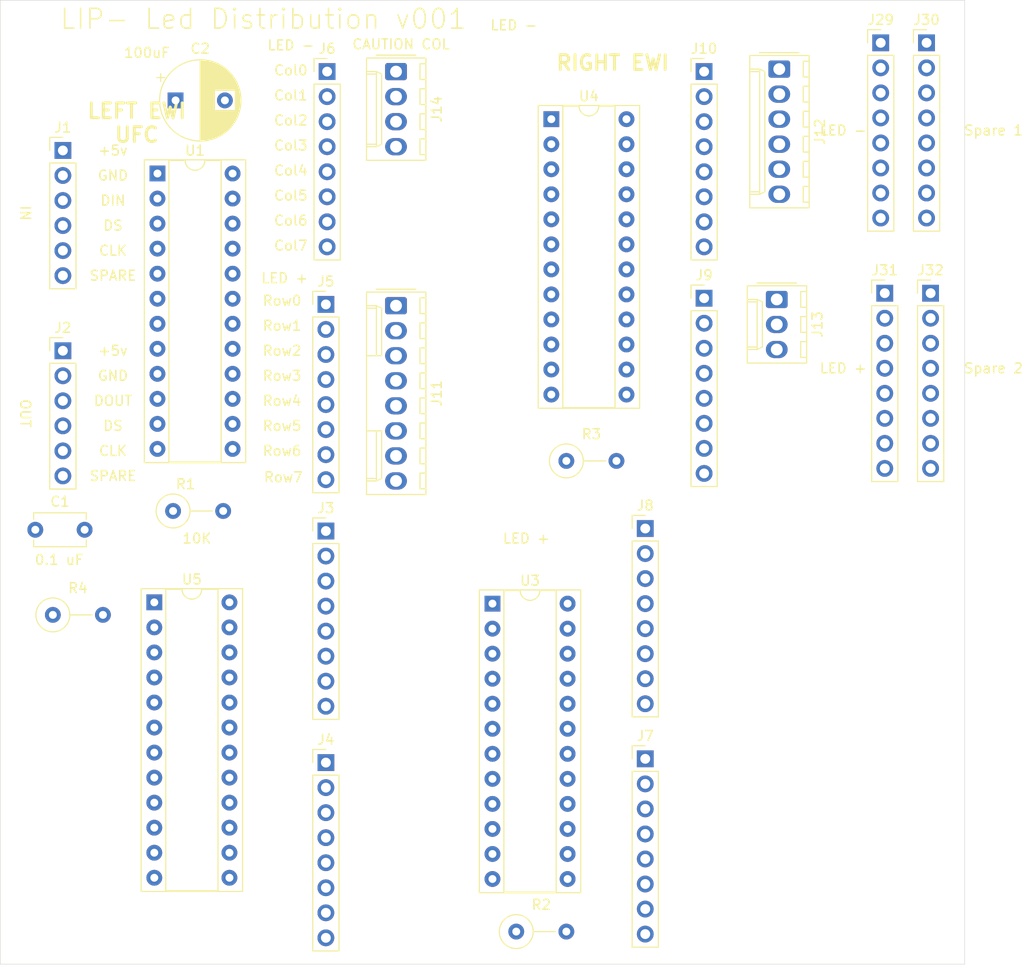
<source format=kicad_pcb>
(kicad_pcb (version 20171130) (host pcbnew "(5.1.5-0-10_14)")

  (general
    (thickness 1.6)
    (drawings 48)
    (tracks 0)
    (zones 0)
    (modules 28)
    (nets 94)
  )

  (page A4)
  (layers
    (0 F.Cu signal)
    (31 B.Cu signal)
    (32 B.Adhes user)
    (33 F.Adhes user)
    (34 B.Paste user)
    (35 F.Paste user)
    (36 B.SilkS user)
    (37 F.SilkS user)
    (38 B.Mask user)
    (39 F.Mask user)
    (40 Dwgs.User user)
    (41 Cmts.User user)
    (42 Eco1.User user)
    (43 Eco2.User user)
    (44 Edge.Cuts user)
    (45 Margin user)
    (46 B.CrtYd user)
    (47 F.CrtYd user)
    (48 B.Fab user)
    (49 F.Fab user)
  )

  (setup
    (last_trace_width 0.25)
    (trace_clearance 0.2)
    (zone_clearance 0.508)
    (zone_45_only no)
    (trace_min 0.2)
    (via_size 0.8)
    (via_drill 0.4)
    (via_min_size 0.4)
    (via_min_drill 0.3)
    (uvia_size 0.3)
    (uvia_drill 0.1)
    (uvias_allowed no)
    (uvia_min_size 0.2)
    (uvia_min_drill 0.1)
    (edge_width 0.05)
    (segment_width 0.2)
    (pcb_text_width 0.3)
    (pcb_text_size 1.5 1.5)
    (mod_edge_width 0.12)
    (mod_text_size 1 1)
    (mod_text_width 0.15)
    (pad_size 1.524 1.524)
    (pad_drill 0.762)
    (pad_to_mask_clearance 0.051)
    (solder_mask_min_width 0.25)
    (aux_axis_origin 0 0)
    (visible_elements FFFFEF7F)
    (pcbplotparams
      (layerselection 0x010fc_ffffffff)
      (usegerberextensions false)
      (usegerberattributes false)
      (usegerberadvancedattributes false)
      (creategerberjobfile false)
      (excludeedgelayer true)
      (linewidth 0.100000)
      (plotframeref false)
      (viasonmask false)
      (mode 1)
      (useauxorigin false)
      (hpglpennumber 1)
      (hpglpenspeed 20)
      (hpglpendiameter 15.000000)
      (psnegative false)
      (psa4output false)
      (plotreference true)
      (plotvalue true)
      (plotinvisibletext false)
      (padsonsilk false)
      (subtractmaskfromsilk false)
      (outputformat 1)
      (mirror false)
      (drillshape 0)
      (scaleselection 1)
      (outputdirectory "./"))
  )

  (net 0 "")
  (net 1 GND)
  (net 2 +5V)
  (net 3 /CLK)
  (net 4 /LOAD)
  (net 5 /DIN)
  (net 6 /DOUT)
  (net 7 "Net-(R1-Pad2)")
  (net 8 "Net-(J29-Pad8)")
  (net 9 "Net-(J29-Pad7)")
  (net 10 "Net-(J29-Pad6)")
  (net 11 "Net-(J29-Pad5)")
  (net 12 "Net-(J29-Pad4)")
  (net 13 "Net-(J29-Pad3)")
  (net 14 "Net-(J29-Pad2)")
  (net 15 "Net-(J29-Pad1)")
  (net 16 "Net-(J31-Pad8)")
  (net 17 "Net-(J31-Pad7)")
  (net 18 "Net-(J31-Pad6)")
  (net 19 "Net-(J31-Pad5)")
  (net 20 "Net-(J31-Pad4)")
  (net 21 "Net-(J31-Pad3)")
  (net 22 "Net-(J31-Pad2)")
  (net 23 "Net-(J31-Pad1)")
  (net 24 /CCol7)
  (net 25 /CCol6)
  (net 26 /CCol5)
  (net 27 /CCol4)
  (net 28 /CCol3)
  (net 29 /CCol2)
  (net 30 /CCol1)
  (net 31 /CCol0)
  (net 32 /CRow7)
  (net 33 /CRow6)
  (net 34 /CRow5)
  (net 35 /CRow4)
  (net 36 /CRow3)
  (net 37 /CRow2)
  (net 38 /CRow1)
  (net 39 /CRow0)
  (net 40 /ARow7)
  (net 41 /ARow6)
  (net 42 /ARow5)
  (net 43 /ARow4)
  (net 44 /ARow3)
  (net 45 /ARow2)
  (net 46 /ARow1)
  (net 47 /ARow0)
  (net 48 /ACol7)
  (net 49 /ACol6)
  (net 50 /ACol5)
  (net 51 /ACol4)
  (net 52 /ACol3)
  (net 53 /ACol2)
  (net 54 /ACol1)
  (net 55 /ACol0)
  (net 56 /DRow7)
  (net 57 /DRow6)
  (net 58 /DRow5)
  (net 59 /DRow4)
  (net 60 /DRow3)
  (net 61 /DRow2)
  (net 62 /DRow1)
  (net 63 /DRow0)
  (net 64 /DCol7)
  (net 65 /DCol6)
  (net 66 /DCol5)
  (net 67 /DCol4)
  (net 68 /DCol3)
  (net 69 /DCol2)
  (net 70 /DCol1)
  (net 71 /DCol0)
  (net 72 /BRow7)
  (net 73 /BRow6)
  (net 74 /BRow5)
  (net 75 /BRow4)
  (net 76 /BRow3)
  (net 77 /BRow2)
  (net 78 /BRow1)
  (net 79 /BRow0)
  (net 80 /BCol7)
  (net 81 /BCol6)
  (net 82 /BCol5)
  (net 83 /BCol4)
  (net 84 /BCol3)
  (net 85 /BCol2)
  (net 86 /BCol1)
  (net 87 /BCol0)
  (net 88 "Net-(R2-Pad2)")
  (net 89 "Net-(R3-Pad2)")
  (net 90 "Net-(R4-Pad2)")
  (net 91 /A-DOUT-B-DIN)
  (net 92 /C-DOUT-D-DIN)
  (net 93 /B-DOUT-C-DIN)

  (net_class Default "This is the default net class."
    (clearance 0.2)
    (trace_width 0.25)
    (via_dia 0.8)
    (via_drill 0.4)
    (uvia_dia 0.3)
    (uvia_drill 0.1)
    (add_net /A-DOUT-B-DIN)
    (add_net /ACol0)
    (add_net /ACol1)
    (add_net /ACol2)
    (add_net /ACol3)
    (add_net /ACol4)
    (add_net /ACol5)
    (add_net /ACol6)
    (add_net /ACol7)
    (add_net /ARow0)
    (add_net /ARow1)
    (add_net /ARow2)
    (add_net /ARow3)
    (add_net /ARow4)
    (add_net /ARow5)
    (add_net /ARow6)
    (add_net /ARow7)
    (add_net /B-DOUT-C-DIN)
    (add_net /BCol0)
    (add_net /BCol1)
    (add_net /BCol2)
    (add_net /BCol3)
    (add_net /BCol4)
    (add_net /BCol5)
    (add_net /BCol6)
    (add_net /BCol7)
    (add_net /BRow0)
    (add_net /BRow1)
    (add_net /BRow2)
    (add_net /BRow3)
    (add_net /BRow4)
    (add_net /BRow5)
    (add_net /BRow6)
    (add_net /BRow7)
    (add_net /C-DOUT-D-DIN)
    (add_net /CCol0)
    (add_net /CCol1)
    (add_net /CCol2)
    (add_net /CCol3)
    (add_net /CCol4)
    (add_net /CCol5)
    (add_net /CCol6)
    (add_net /CCol7)
    (add_net /CLK)
    (add_net /CRow0)
    (add_net /CRow1)
    (add_net /CRow2)
    (add_net /CRow3)
    (add_net /CRow4)
    (add_net /CRow5)
    (add_net /CRow6)
    (add_net /CRow7)
    (add_net /DCol0)
    (add_net /DCol1)
    (add_net /DCol2)
    (add_net /DCol3)
    (add_net /DCol4)
    (add_net /DCol5)
    (add_net /DCol6)
    (add_net /DCol7)
    (add_net /DIN)
    (add_net /DOUT)
    (add_net /DRow0)
    (add_net /DRow1)
    (add_net /DRow2)
    (add_net /DRow3)
    (add_net /DRow4)
    (add_net /DRow5)
    (add_net /DRow6)
    (add_net /DRow7)
    (add_net /LOAD)
    (add_net "Net-(J1-Pad6)")
    (add_net "Net-(J2-Pad6)")
    (add_net "Net-(J29-Pad1)")
    (add_net "Net-(J29-Pad2)")
    (add_net "Net-(J29-Pad3)")
    (add_net "Net-(J29-Pad4)")
    (add_net "Net-(J29-Pad5)")
    (add_net "Net-(J29-Pad6)")
    (add_net "Net-(J29-Pad7)")
    (add_net "Net-(J29-Pad8)")
    (add_net "Net-(J31-Pad1)")
    (add_net "Net-(J31-Pad2)")
    (add_net "Net-(J31-Pad3)")
    (add_net "Net-(J31-Pad4)")
    (add_net "Net-(J31-Pad5)")
    (add_net "Net-(J31-Pad6)")
    (add_net "Net-(J31-Pad7)")
    (add_net "Net-(J31-Pad8)")
    (add_net "Net-(R1-Pad2)")
    (add_net "Net-(R2-Pad2)")
    (add_net "Net-(R3-Pad2)")
    (add_net "Net-(R4-Pad2)")
  )

  (net_class Power ""
    (clearance 0.2)
    (trace_width 0.5)
    (via_dia 0.8)
    (via_drill 0.4)
    (uvia_dia 0.3)
    (uvia_drill 0.1)
    (add_net +5V)
    (add_net GND)
  )

  (module PT_Library_v001:Molex_1x03_P2.54mm_Vertical (layer F.Cu) (tedit 5B78013E) (tstamp 616281C6)
    (at 191.77 74.803 270)
    (descr "Molex KK-254 Interconnect System, old/engineering part number: AE-6410-03A example for new part number: 22-27-2031, 3 Pins (http://www.molex.com/pdm_docs/sd/022272021_sd.pdf), generated with kicad-footprint-generator")
    (tags "connector Molex KK-254 side entry")
    (path /6163A470)
    (fp_text reference J13 (at 2.54 -4.12 90) (layer F.SilkS)
      (effects (font (size 1 1) (thickness 0.15)))
    )
    (fp_text value "SEL JET ROW" (at 2.54 4.08 90) (layer F.Fab)
      (effects (font (size 1 1) (thickness 0.15)))
    )
    (fp_text user %R (at 2.54 -2.22 90) (layer F.Fab)
      (effects (font (size 1 1) (thickness 0.15)))
    )
    (fp_line (start 6.85 -3.42) (end -1.77 -3.42) (layer F.CrtYd) (width 0.05))
    (fp_line (start 6.85 3.38) (end 6.85 -3.42) (layer F.CrtYd) (width 0.05))
    (fp_line (start -1.77 3.38) (end 6.85 3.38) (layer F.CrtYd) (width 0.05))
    (fp_line (start -1.77 -3.42) (end -1.77 3.38) (layer F.CrtYd) (width 0.05))
    (fp_line (start 5.88 -2.43) (end 5.88 -3.03) (layer F.SilkS) (width 0.12))
    (fp_line (start 4.28 -2.43) (end 5.88 -2.43) (layer F.SilkS) (width 0.12))
    (fp_line (start 4.28 -3.03) (end 4.28 -2.43) (layer F.SilkS) (width 0.12))
    (fp_line (start 3.34 -2.43) (end 3.34 -3.03) (layer F.SilkS) (width 0.12))
    (fp_line (start 1.74 -2.43) (end 3.34 -2.43) (layer F.SilkS) (width 0.12))
    (fp_line (start 1.74 -3.03) (end 1.74 -2.43) (layer F.SilkS) (width 0.12))
    (fp_line (start 0.8 -2.43) (end 0.8 -3.03) (layer F.SilkS) (width 0.12))
    (fp_line (start -0.8 -2.43) (end 0.8 -2.43) (layer F.SilkS) (width 0.12))
    (fp_line (start -0.8 -3.03) (end -0.8 -2.43) (layer F.SilkS) (width 0.12))
    (fp_line (start 4.83 2.99) (end 4.83 1.99) (layer F.SilkS) (width 0.12))
    (fp_line (start 0.25 2.99) (end 0.25 1.99) (layer F.SilkS) (width 0.12))
    (fp_line (start 4.83 1.46) (end 5.08 1.99) (layer F.SilkS) (width 0.12))
    (fp_line (start 0.25 1.46) (end 4.83 1.46) (layer F.SilkS) (width 0.12))
    (fp_line (start 0 1.99) (end 0.25 1.46) (layer F.SilkS) (width 0.12))
    (fp_line (start 5.08 1.99) (end 5.08 2.99) (layer F.SilkS) (width 0.12))
    (fp_line (start 0 1.99) (end 5.08 1.99) (layer F.SilkS) (width 0.12))
    (fp_line (start 0 2.99) (end 0 1.99) (layer F.SilkS) (width 0.12))
    (fp_line (start -0.562893 0) (end -1.27 0.5) (layer F.Fab) (width 0.1))
    (fp_line (start -1.27 -0.5) (end -0.562893 0) (layer F.Fab) (width 0.1))
    (fp_line (start -1.67 -2) (end -1.67 2) (layer F.SilkS) (width 0.12))
    (fp_line (start 6.46 -3.03) (end -1.38 -3.03) (layer F.SilkS) (width 0.12))
    (fp_line (start 6.46 2.99) (end 6.46 -3.03) (layer F.SilkS) (width 0.12))
    (fp_line (start -1.38 2.99) (end 6.46 2.99) (layer F.SilkS) (width 0.12))
    (fp_line (start -1.38 -3.03) (end -1.38 2.99) (layer F.SilkS) (width 0.12))
    (fp_line (start 6.35 -2.92) (end -1.27 -2.92) (layer F.Fab) (width 0.1))
    (fp_line (start 6.35 2.88) (end 6.35 -2.92) (layer F.Fab) (width 0.1))
    (fp_line (start -1.27 2.88) (end 6.35 2.88) (layer F.Fab) (width 0.1))
    (fp_line (start -1.27 -2.92) (end -1.27 2.88) (layer F.Fab) (width 0.1))
    (pad 3 thru_hole oval (at 5.08 0 270) (size 1.74 2.2) (drill 1.2) (layers *.Cu *.Mask)
      (net 77 /BRow2))
    (pad 2 thru_hole oval (at 2.54 0 270) (size 1.74 2.2) (drill 1.2) (layers *.Cu *.Mask)
      (net 78 /BRow1))
    (pad 1 thru_hole roundrect (at 0 0 270) (size 1.74 2.2) (drill 1.2) (layers *.Cu *.Mask) (roundrect_rratio 0.143678)
      (net 79 /BRow0))
    (model ${KISYS3DMOD}/Connector_Molex.3dshapes/Molex_KK-254_AE-6410-03A_1x03_P2.54mm_Vertical.wrl
      (at (xyz 0 0 0))
      (scale (xyz 1 1 1))
      (rotate (xyz 0 0 0))
    )
  )

  (module PT_Library_v001:Molex_1x06_P2.54mm_Vertical (layer F.Cu) (tedit 5B78013E) (tstamp 6162819E)
    (at 192.024 51.435 270)
    (descr "Molex KK-254 Interconnect System, old/engineering part number: AE-6410-06A example for new part number: 22-27-2061, 6 Pins (http://www.molex.com/pdm_docs/sd/022272021_sd.pdf), generated with kicad-footprint-generator")
    (tags "connector Molex KK-254 side entry")
    (path /61636602)
    (fp_text reference J12 (at 6.35 -4.12 90) (layer F.SilkS)
      (effects (font (size 1 1) (thickness 0.15)))
    )
    (fp_text value "SEL JET COL" (at 6.35 4.08 90) (layer F.Fab)
      (effects (font (size 1 1) (thickness 0.15)))
    )
    (fp_text user %R (at 6.35 -2.22 90) (layer F.Fab)
      (effects (font (size 1 1) (thickness 0.15)))
    )
    (fp_line (start 14.47 -3.42) (end -1.77 -3.42) (layer F.CrtYd) (width 0.05))
    (fp_line (start 14.47 3.38) (end 14.47 -3.42) (layer F.CrtYd) (width 0.05))
    (fp_line (start -1.77 3.38) (end 14.47 3.38) (layer F.CrtYd) (width 0.05))
    (fp_line (start -1.77 -3.42) (end -1.77 3.38) (layer F.CrtYd) (width 0.05))
    (fp_line (start 13.5 -2.43) (end 13.5 -3.03) (layer F.SilkS) (width 0.12))
    (fp_line (start 11.9 -2.43) (end 13.5 -2.43) (layer F.SilkS) (width 0.12))
    (fp_line (start 11.9 -3.03) (end 11.9 -2.43) (layer F.SilkS) (width 0.12))
    (fp_line (start 10.96 -2.43) (end 10.96 -3.03) (layer F.SilkS) (width 0.12))
    (fp_line (start 9.36 -2.43) (end 10.96 -2.43) (layer F.SilkS) (width 0.12))
    (fp_line (start 9.36 -3.03) (end 9.36 -2.43) (layer F.SilkS) (width 0.12))
    (fp_line (start 8.42 -2.43) (end 8.42 -3.03) (layer F.SilkS) (width 0.12))
    (fp_line (start 6.82 -2.43) (end 8.42 -2.43) (layer F.SilkS) (width 0.12))
    (fp_line (start 6.82 -3.03) (end 6.82 -2.43) (layer F.SilkS) (width 0.12))
    (fp_line (start 5.88 -2.43) (end 5.88 -3.03) (layer F.SilkS) (width 0.12))
    (fp_line (start 4.28 -2.43) (end 5.88 -2.43) (layer F.SilkS) (width 0.12))
    (fp_line (start 4.28 -3.03) (end 4.28 -2.43) (layer F.SilkS) (width 0.12))
    (fp_line (start 3.34 -2.43) (end 3.34 -3.03) (layer F.SilkS) (width 0.12))
    (fp_line (start 1.74 -2.43) (end 3.34 -2.43) (layer F.SilkS) (width 0.12))
    (fp_line (start 1.74 -3.03) (end 1.74 -2.43) (layer F.SilkS) (width 0.12))
    (fp_line (start 0.8 -2.43) (end 0.8 -3.03) (layer F.SilkS) (width 0.12))
    (fp_line (start -0.8 -2.43) (end 0.8 -2.43) (layer F.SilkS) (width 0.12))
    (fp_line (start -0.8 -3.03) (end -0.8 -2.43) (layer F.SilkS) (width 0.12))
    (fp_line (start 12.45 2.99) (end 12.45 1.99) (layer F.SilkS) (width 0.12))
    (fp_line (start 0.25 2.99) (end 0.25 1.99) (layer F.SilkS) (width 0.12))
    (fp_line (start 12.45 1.46) (end 12.7 1.99) (layer F.SilkS) (width 0.12))
    (fp_line (start 0.25 1.46) (end 12.45 1.46) (layer F.SilkS) (width 0.12))
    (fp_line (start 0 1.99) (end 0.25 1.46) (layer F.SilkS) (width 0.12))
    (fp_line (start 12.7 1.99) (end 12.7 2.99) (layer F.SilkS) (width 0.12))
    (fp_line (start 0 1.99) (end 12.7 1.99) (layer F.SilkS) (width 0.12))
    (fp_line (start 0 2.99) (end 0 1.99) (layer F.SilkS) (width 0.12))
    (fp_line (start -0.562893 0) (end -1.27 0.5) (layer F.Fab) (width 0.1))
    (fp_line (start -1.27 -0.5) (end -0.562893 0) (layer F.Fab) (width 0.1))
    (fp_line (start -1.67 -2) (end -1.67 2) (layer F.SilkS) (width 0.12))
    (fp_line (start 14.08 -3.03) (end -1.38 -3.03) (layer F.SilkS) (width 0.12))
    (fp_line (start 14.08 2.99) (end 14.08 -3.03) (layer F.SilkS) (width 0.12))
    (fp_line (start -1.38 2.99) (end 14.08 2.99) (layer F.SilkS) (width 0.12))
    (fp_line (start -1.38 -3.03) (end -1.38 2.99) (layer F.SilkS) (width 0.12))
    (fp_line (start 13.97 -2.92) (end -1.27 -2.92) (layer F.Fab) (width 0.1))
    (fp_line (start 13.97 2.88) (end 13.97 -2.92) (layer F.Fab) (width 0.1))
    (fp_line (start -1.27 2.88) (end 13.97 2.88) (layer F.Fab) (width 0.1))
    (fp_line (start -1.27 -2.92) (end -1.27 2.88) (layer F.Fab) (width 0.1))
    (pad 6 thru_hole oval (at 12.7 0 270) (size 1.74 2.2) (drill 1.2) (layers *.Cu *.Mask)
      (net 82 /BCol5))
    (pad 5 thru_hole oval (at 10.16 0 270) (size 1.74 2.2) (drill 1.2) (layers *.Cu *.Mask)
      (net 83 /BCol4))
    (pad 4 thru_hole oval (at 7.62 0 270) (size 1.74 2.2) (drill 1.2) (layers *.Cu *.Mask)
      (net 84 /BCol3))
    (pad 3 thru_hole oval (at 5.08 0 270) (size 1.74 2.2) (drill 1.2) (layers *.Cu *.Mask)
      (net 85 /BCol2))
    (pad 2 thru_hole oval (at 2.54 0 270) (size 1.74 2.2) (drill 1.2) (layers *.Cu *.Mask)
      (net 86 /BCol1))
    (pad 1 thru_hole roundrect (at 0 0 270) (size 1.74 2.2) (drill 1.2) (layers *.Cu *.Mask) (roundrect_rratio 0.143678)
      (net 87 /BCol0))
    (model ${KISYS3DMOD}/Connector_Molex.3dshapes/Molex_KK-254_AE-6410-06A_1x06_P2.54mm_Vertical.wrl
      (at (xyz 0 0 0))
      (scale (xyz 1 1 1))
      (rotate (xyz 0 0 0))
    )
  )

  (module PT_Library_v001:Molex_1x08_P2.54mm_Vertical (layer F.Cu) (tedit 5B78013E) (tstamp 6162816A)
    (at 153.162 75.438 270)
    (descr "Molex KK-254 Interconnect System, old/engineering part number: AE-6410-08A example for new part number: 22-27-2081, 8 Pins (http://www.molex.com/pdm_docs/sd/022272021_sd.pdf), generated with kicad-footprint-generator")
    (tags "connector Molex KK-254 side entry")
    (path /61631665)
    (fp_text reference J11 (at 8.89 -4.12 90) (layer F.SilkS)
      (effects (font (size 1 1) (thickness 0.15)))
    )
    (fp_text value "CAUTION ROW" (at 8.89 4.08 90) (layer F.Fab)
      (effects (font (size 1 1) (thickness 0.15)))
    )
    (fp_text user %R (at 8.89 -2.22 90) (layer F.Fab)
      (effects (font (size 1 1) (thickness 0.15)))
    )
    (fp_line (start 19.55 -3.42) (end -1.77 -3.42) (layer F.CrtYd) (width 0.05))
    (fp_line (start 19.55 3.38) (end 19.55 -3.42) (layer F.CrtYd) (width 0.05))
    (fp_line (start -1.77 3.38) (end 19.55 3.38) (layer F.CrtYd) (width 0.05))
    (fp_line (start -1.77 -3.42) (end -1.77 3.38) (layer F.CrtYd) (width 0.05))
    (fp_line (start 18.58 -2.43) (end 18.58 -3.03) (layer F.SilkS) (width 0.12))
    (fp_line (start 16.98 -2.43) (end 18.58 -2.43) (layer F.SilkS) (width 0.12))
    (fp_line (start 16.98 -3.03) (end 16.98 -2.43) (layer F.SilkS) (width 0.12))
    (fp_line (start 16.04 -2.43) (end 16.04 -3.03) (layer F.SilkS) (width 0.12))
    (fp_line (start 14.44 -2.43) (end 16.04 -2.43) (layer F.SilkS) (width 0.12))
    (fp_line (start 14.44 -3.03) (end 14.44 -2.43) (layer F.SilkS) (width 0.12))
    (fp_line (start 13.5 -2.43) (end 13.5 -3.03) (layer F.SilkS) (width 0.12))
    (fp_line (start 11.9 -2.43) (end 13.5 -2.43) (layer F.SilkS) (width 0.12))
    (fp_line (start 11.9 -3.03) (end 11.9 -2.43) (layer F.SilkS) (width 0.12))
    (fp_line (start 10.96 -2.43) (end 10.96 -3.03) (layer F.SilkS) (width 0.12))
    (fp_line (start 9.36 -2.43) (end 10.96 -2.43) (layer F.SilkS) (width 0.12))
    (fp_line (start 9.36 -3.03) (end 9.36 -2.43) (layer F.SilkS) (width 0.12))
    (fp_line (start 8.42 -2.43) (end 8.42 -3.03) (layer F.SilkS) (width 0.12))
    (fp_line (start 6.82 -2.43) (end 8.42 -2.43) (layer F.SilkS) (width 0.12))
    (fp_line (start 6.82 -3.03) (end 6.82 -2.43) (layer F.SilkS) (width 0.12))
    (fp_line (start 5.88 -2.43) (end 5.88 -3.03) (layer F.SilkS) (width 0.12))
    (fp_line (start 4.28 -2.43) (end 5.88 -2.43) (layer F.SilkS) (width 0.12))
    (fp_line (start 4.28 -3.03) (end 4.28 -2.43) (layer F.SilkS) (width 0.12))
    (fp_line (start 3.34 -2.43) (end 3.34 -3.03) (layer F.SilkS) (width 0.12))
    (fp_line (start 1.74 -2.43) (end 3.34 -2.43) (layer F.SilkS) (width 0.12))
    (fp_line (start 1.74 -3.03) (end 1.74 -2.43) (layer F.SilkS) (width 0.12))
    (fp_line (start 0.8 -2.43) (end 0.8 -3.03) (layer F.SilkS) (width 0.12))
    (fp_line (start -0.8 -2.43) (end 0.8 -2.43) (layer F.SilkS) (width 0.12))
    (fp_line (start -0.8 -3.03) (end -0.8 -2.43) (layer F.SilkS) (width 0.12))
    (fp_line (start 17.53 2.99) (end 17.53 1.99) (layer F.SilkS) (width 0.12))
    (fp_line (start 12.7 1.46) (end 12.7 1.99) (layer F.SilkS) (width 0.12))
    (fp_line (start 17.53 1.46) (end 12.7 1.46) (layer F.SilkS) (width 0.12))
    (fp_line (start 17.78 1.99) (end 17.53 1.46) (layer F.SilkS) (width 0.12))
    (fp_line (start 12.7 1.99) (end 12.7 2.99) (layer F.SilkS) (width 0.12))
    (fp_line (start 17.78 1.99) (end 12.7 1.99) (layer F.SilkS) (width 0.12))
    (fp_line (start 17.78 2.99) (end 17.78 1.99) (layer F.SilkS) (width 0.12))
    (fp_line (start 0.25 2.99) (end 0.25 1.99) (layer F.SilkS) (width 0.12))
    (fp_line (start 5.08 1.46) (end 5.08 1.99) (layer F.SilkS) (width 0.12))
    (fp_line (start 0.25 1.46) (end 5.08 1.46) (layer F.SilkS) (width 0.12))
    (fp_line (start 0 1.99) (end 0.25 1.46) (layer F.SilkS) (width 0.12))
    (fp_line (start 5.08 1.99) (end 5.08 2.99) (layer F.SilkS) (width 0.12))
    (fp_line (start 0 1.99) (end 5.08 1.99) (layer F.SilkS) (width 0.12))
    (fp_line (start 0 2.99) (end 0 1.99) (layer F.SilkS) (width 0.12))
    (fp_line (start -0.562893 0) (end -1.27 0.5) (layer F.Fab) (width 0.1))
    (fp_line (start -1.27 -0.5) (end -0.562893 0) (layer F.Fab) (width 0.1))
    (fp_line (start -1.67 -2) (end -1.67 2) (layer F.SilkS) (width 0.12))
    (fp_line (start 19.16 -3.03) (end -1.38 -3.03) (layer F.SilkS) (width 0.12))
    (fp_line (start 19.16 2.99) (end 19.16 -3.03) (layer F.SilkS) (width 0.12))
    (fp_line (start -1.38 2.99) (end 19.16 2.99) (layer F.SilkS) (width 0.12))
    (fp_line (start -1.38 -3.03) (end -1.38 2.99) (layer F.SilkS) (width 0.12))
    (fp_line (start 19.05 -2.92) (end -1.27 -2.92) (layer F.Fab) (width 0.1))
    (fp_line (start 19.05 2.88) (end 19.05 -2.92) (layer F.Fab) (width 0.1))
    (fp_line (start -1.27 2.88) (end 19.05 2.88) (layer F.Fab) (width 0.1))
    (fp_line (start -1.27 -2.92) (end -1.27 2.88) (layer F.Fab) (width 0.1))
    (pad 8 thru_hole oval (at 17.78 0 270) (size 1.74 2.2) (drill 1.2) (layers *.Cu *.Mask))
    (pad 7 thru_hole oval (at 15.24 0 270) (size 1.74 2.2) (drill 1.2) (layers *.Cu *.Mask))
    (pad 6 thru_hole oval (at 12.7 0 270) (size 1.74 2.2) (drill 1.2) (layers *.Cu *.Mask)
      (net 42 /ARow5))
    (pad 5 thru_hole oval (at 10.16 0 270) (size 1.74 2.2) (drill 1.2) (layers *.Cu *.Mask)
      (net 43 /ARow4))
    (pad 4 thru_hole oval (at 7.62 0 270) (size 1.74 2.2) (drill 1.2) (layers *.Cu *.Mask)
      (net 44 /ARow3))
    (pad 3 thru_hole oval (at 5.08 0 270) (size 1.74 2.2) (drill 1.2) (layers *.Cu *.Mask)
      (net 45 /ARow2))
    (pad 2 thru_hole oval (at 2.54 0 270) (size 1.74 2.2) (drill 1.2) (layers *.Cu *.Mask)
      (net 46 /ARow1))
    (pad 1 thru_hole roundrect (at 0 0 270) (size 1.74 2.2) (drill 1.2) (layers *.Cu *.Mask) (roundrect_rratio 0.143678)
      (net 47 /ARow0))
    (model ${KISYS3DMOD}/Connector_Molex.3dshapes/Molex_KK-254_AE-6410-08A_1x08_P2.54mm_Vertical.wrl
      (at (xyz 0 0 0))
      (scale (xyz 1 1 1))
      (rotate (xyz 0 0 0))
    )
  )

  (module PT_Library_v001:Molex_1x04_P2.54mm_Vertical (layer F.Cu) (tedit 5B78013E) (tstamp 6162E029)
    (at 153.162 51.689 270)
    (descr "Molex KK-254 Interconnect System, old/engineering part number: AE-6410-04A example for new part number: 22-27-2041, 4 Pins (http://www.molex.com/pdm_docs/sd/022272021_sd.pdf), generated with kicad-footprint-generator")
    (tags "connector Molex KK-254 side entry")
    (path /6167EA31)
    (fp_text reference J14 (at 3.81 -4.12 90) (layer F.SilkS)
      (effects (font (size 1 1) (thickness 0.15)))
    )
    (fp_text value "CAUTION COL" (at -2.776 -0.508) (layer F.SilkS)
      (effects (font (size 1 1) (thickness 0.15)))
    )
    (fp_text user %R (at 3.81 -2.22 90) (layer F.Fab)
      (effects (font (size 1 1) (thickness 0.15)))
    )
    (fp_line (start 9.39 -3.42) (end -1.77 -3.42) (layer F.CrtYd) (width 0.05))
    (fp_line (start 9.39 3.38) (end 9.39 -3.42) (layer F.CrtYd) (width 0.05))
    (fp_line (start -1.77 3.38) (end 9.39 3.38) (layer F.CrtYd) (width 0.05))
    (fp_line (start -1.77 -3.42) (end -1.77 3.38) (layer F.CrtYd) (width 0.05))
    (fp_line (start 8.42 -2.43) (end 8.42 -3.03) (layer F.SilkS) (width 0.12))
    (fp_line (start 6.82 -2.43) (end 8.42 -2.43) (layer F.SilkS) (width 0.12))
    (fp_line (start 6.82 -3.03) (end 6.82 -2.43) (layer F.SilkS) (width 0.12))
    (fp_line (start 5.88 -2.43) (end 5.88 -3.03) (layer F.SilkS) (width 0.12))
    (fp_line (start 4.28 -2.43) (end 5.88 -2.43) (layer F.SilkS) (width 0.12))
    (fp_line (start 4.28 -3.03) (end 4.28 -2.43) (layer F.SilkS) (width 0.12))
    (fp_line (start 3.34 -2.43) (end 3.34 -3.03) (layer F.SilkS) (width 0.12))
    (fp_line (start 1.74 -2.43) (end 3.34 -2.43) (layer F.SilkS) (width 0.12))
    (fp_line (start 1.74 -3.03) (end 1.74 -2.43) (layer F.SilkS) (width 0.12))
    (fp_line (start 0.8 -2.43) (end 0.8 -3.03) (layer F.SilkS) (width 0.12))
    (fp_line (start -0.8 -2.43) (end 0.8 -2.43) (layer F.SilkS) (width 0.12))
    (fp_line (start -0.8 -3.03) (end -0.8 -2.43) (layer F.SilkS) (width 0.12))
    (fp_line (start 7.37 2.99) (end 7.37 1.99) (layer F.SilkS) (width 0.12))
    (fp_line (start 0.25 2.99) (end 0.25 1.99) (layer F.SilkS) (width 0.12))
    (fp_line (start 7.37 1.46) (end 7.62 1.99) (layer F.SilkS) (width 0.12))
    (fp_line (start 0.25 1.46) (end 7.37 1.46) (layer F.SilkS) (width 0.12))
    (fp_line (start 0 1.99) (end 0.25 1.46) (layer F.SilkS) (width 0.12))
    (fp_line (start 7.62 1.99) (end 7.62 2.99) (layer F.SilkS) (width 0.12))
    (fp_line (start 0 1.99) (end 7.62 1.99) (layer F.SilkS) (width 0.12))
    (fp_line (start 0 2.99) (end 0 1.99) (layer F.SilkS) (width 0.12))
    (fp_line (start -0.562893 0) (end -1.27 0.5) (layer F.Fab) (width 0.1))
    (fp_line (start -1.27 -0.5) (end -0.562893 0) (layer F.Fab) (width 0.1))
    (fp_line (start -1.67 -2) (end -1.67 2) (layer F.SilkS) (width 0.12))
    (fp_line (start 9 -3.03) (end -1.38 -3.03) (layer F.SilkS) (width 0.12))
    (fp_line (start 9 2.99) (end 9 -3.03) (layer F.SilkS) (width 0.12))
    (fp_line (start -1.38 2.99) (end 9 2.99) (layer F.SilkS) (width 0.12))
    (fp_line (start -1.38 -3.03) (end -1.38 2.99) (layer F.SilkS) (width 0.12))
    (fp_line (start 8.89 -2.92) (end -1.27 -2.92) (layer F.Fab) (width 0.1))
    (fp_line (start 8.89 2.88) (end 8.89 -2.92) (layer F.Fab) (width 0.1))
    (fp_line (start -1.27 2.88) (end 8.89 2.88) (layer F.Fab) (width 0.1))
    (fp_line (start -1.27 -2.92) (end -1.27 2.88) (layer F.Fab) (width 0.1))
    (pad 4 thru_hole oval (at 7.62 0 270) (size 1.74 2.2) (drill 1.2) (layers *.Cu *.Mask)
      (net 52 /ACol3))
    (pad 3 thru_hole oval (at 5.08 0 270) (size 1.74 2.2) (drill 1.2) (layers *.Cu *.Mask)
      (net 53 /ACol2))
    (pad 2 thru_hole oval (at 2.54 0 270) (size 1.74 2.2) (drill 1.2) (layers *.Cu *.Mask)
      (net 54 /ACol1))
    (pad 1 thru_hole roundrect (at 0 0 270) (size 1.74 2.2) (drill 1.2) (layers *.Cu *.Mask) (roundrect_rratio 0.143678)
      (net 55 /ACol0))
    (model ${KISYS3DMOD}/Connector_Molex.3dshapes/Molex_KK-254_AE-6410-04A_1x04_P2.54mm_Vertical.wrl
      (at (xyz 0 0 0))
      (scale (xyz 1 1 1))
      (rotate (xyz 0 0 0))
    )
  )

  (module Package_DIP:DIP-24_W7.62mm_Socket (layer F.Cu) (tedit 5A02E8C5) (tstamp 6162661C)
    (at 128.651 105.537)
    (descr "24-lead though-hole mounted DIP package, row spacing 7.62 mm (300 mils), Socket")
    (tags "THT DIP DIL PDIP 2.54mm 7.62mm 300mil Socket")
    (path /6165B7FE)
    (fp_text reference U5 (at 3.81 -2.33) (layer F.SilkS)
      (effects (font (size 1 1) (thickness 0.15)))
    )
    (fp_text value MAX7219ENG-C (at 3.81 30.27) (layer F.Fab)
      (effects (font (size 1 1) (thickness 0.15)))
    )
    (fp_text user %R (at 3.81 13.97) (layer F.Fab)
      (effects (font (size 1 1) (thickness 0.15)))
    )
    (fp_line (start 9.15 -1.6) (end -1.55 -1.6) (layer F.CrtYd) (width 0.05))
    (fp_line (start 9.15 29.55) (end 9.15 -1.6) (layer F.CrtYd) (width 0.05))
    (fp_line (start -1.55 29.55) (end 9.15 29.55) (layer F.CrtYd) (width 0.05))
    (fp_line (start -1.55 -1.6) (end -1.55 29.55) (layer F.CrtYd) (width 0.05))
    (fp_line (start 8.95 -1.39) (end -1.33 -1.39) (layer F.SilkS) (width 0.12))
    (fp_line (start 8.95 29.33) (end 8.95 -1.39) (layer F.SilkS) (width 0.12))
    (fp_line (start -1.33 29.33) (end 8.95 29.33) (layer F.SilkS) (width 0.12))
    (fp_line (start -1.33 -1.39) (end -1.33 29.33) (layer F.SilkS) (width 0.12))
    (fp_line (start 6.46 -1.33) (end 4.81 -1.33) (layer F.SilkS) (width 0.12))
    (fp_line (start 6.46 29.27) (end 6.46 -1.33) (layer F.SilkS) (width 0.12))
    (fp_line (start 1.16 29.27) (end 6.46 29.27) (layer F.SilkS) (width 0.12))
    (fp_line (start 1.16 -1.33) (end 1.16 29.27) (layer F.SilkS) (width 0.12))
    (fp_line (start 2.81 -1.33) (end 1.16 -1.33) (layer F.SilkS) (width 0.12))
    (fp_line (start 8.89 -1.33) (end -1.27 -1.33) (layer F.Fab) (width 0.1))
    (fp_line (start 8.89 29.27) (end 8.89 -1.33) (layer F.Fab) (width 0.1))
    (fp_line (start -1.27 29.27) (end 8.89 29.27) (layer F.Fab) (width 0.1))
    (fp_line (start -1.27 -1.33) (end -1.27 29.27) (layer F.Fab) (width 0.1))
    (fp_line (start 0.635 -0.27) (end 1.635 -1.27) (layer F.Fab) (width 0.1))
    (fp_line (start 0.635 29.21) (end 0.635 -0.27) (layer F.Fab) (width 0.1))
    (fp_line (start 6.985 29.21) (end 0.635 29.21) (layer F.Fab) (width 0.1))
    (fp_line (start 6.985 -1.27) (end 6.985 29.21) (layer F.Fab) (width 0.1))
    (fp_line (start 1.635 -1.27) (end 6.985 -1.27) (layer F.Fab) (width 0.1))
    (fp_arc (start 3.81 -1.33) (end 2.81 -1.33) (angle -180) (layer F.SilkS) (width 0.12))
    (pad 24 thru_hole oval (at 7.62 0) (size 1.6 1.6) (drill 0.8) (layers *.Cu *.Mask)
      (net 92 /C-DOUT-D-DIN))
    (pad 12 thru_hole oval (at 0 27.94) (size 1.6 1.6) (drill 0.8) (layers *.Cu *.Mask)
      (net 4 /LOAD))
    (pad 23 thru_hole oval (at 7.62 2.54) (size 1.6 1.6) (drill 0.8) (layers *.Cu *.Mask)
      (net 35 /CRow4))
    (pad 11 thru_hole oval (at 0 25.4) (size 1.6 1.6) (drill 0.8) (layers *.Cu *.Mask)
      (net 30 /CCol1))
    (pad 22 thru_hole oval (at 7.62 5.08) (size 1.6 1.6) (drill 0.8) (layers *.Cu *.Mask)
      (net 39 /CRow0))
    (pad 10 thru_hole oval (at 0 22.86) (size 1.6 1.6) (drill 0.8) (layers *.Cu *.Mask)
      (net 26 /CCol5))
    (pad 21 thru_hole oval (at 7.62 7.62) (size 1.6 1.6) (drill 0.8) (layers *.Cu *.Mask)
      (net 34 /CRow5))
    (pad 9 thru_hole oval (at 0 20.32) (size 1.6 1.6) (drill 0.8) (layers *.Cu *.Mask)
      (net 1 GND))
    (pad 20 thru_hole oval (at 7.62 10.16) (size 1.6 1.6) (drill 0.8) (layers *.Cu *.Mask)
      (net 36 /CRow3))
    (pad 8 thru_hole oval (at 0 17.78) (size 1.6 1.6) (drill 0.8) (layers *.Cu *.Mask)
      (net 24 /CCol7))
    (pad 19 thru_hole oval (at 7.62 12.7) (size 1.6 1.6) (drill 0.8) (layers *.Cu *.Mask)
      (net 2 +5V))
    (pad 7 thru_hole oval (at 0 15.24) (size 1.6 1.6) (drill 0.8) (layers *.Cu *.Mask)
      (net 28 /CCol3))
    (pad 18 thru_hole oval (at 7.62 15.24) (size 1.6 1.6) (drill 0.8) (layers *.Cu *.Mask)
      (net 90 "Net-(R4-Pad2)"))
    (pad 6 thru_hole oval (at 0 12.7) (size 1.6 1.6) (drill 0.8) (layers *.Cu *.Mask)
      (net 29 /CCol2))
    (pad 17 thru_hole oval (at 7.62 17.78) (size 1.6 1.6) (drill 0.8) (layers *.Cu *.Mask)
      (net 32 /CRow7))
    (pad 5 thru_hole oval (at 0 10.16) (size 1.6 1.6) (drill 0.8) (layers *.Cu *.Mask)
      (net 25 /CCol6))
    (pad 16 thru_hole oval (at 7.62 20.32) (size 1.6 1.6) (drill 0.8) (layers *.Cu *.Mask)
      (net 37 /CRow2))
    (pad 4 thru_hole oval (at 0 7.62) (size 1.6 1.6) (drill 0.8) (layers *.Cu *.Mask)
      (net 1 GND))
    (pad 15 thru_hole oval (at 7.62 22.86) (size 1.6 1.6) (drill 0.8) (layers *.Cu *.Mask)
      (net 33 /CRow6))
    (pad 3 thru_hole oval (at 0 5.08) (size 1.6 1.6) (drill 0.8) (layers *.Cu *.Mask)
      (net 27 /CCol4))
    (pad 14 thru_hole oval (at 7.62 25.4) (size 1.6 1.6) (drill 0.8) (layers *.Cu *.Mask)
      (net 38 /CRow1))
    (pad 2 thru_hole oval (at 0 2.54) (size 1.6 1.6) (drill 0.8) (layers *.Cu *.Mask)
      (net 31 /CCol0))
    (pad 13 thru_hole oval (at 7.62 27.94) (size 1.6 1.6) (drill 0.8) (layers *.Cu *.Mask)
      (net 3 /CLK))
    (pad 1 thru_hole rect (at 0 0) (size 1.6 1.6) (drill 0.8) (layers *.Cu *.Mask)
      (net 93 /B-DOUT-C-DIN))
    (model ${KISYS3DMOD}/Package_DIP.3dshapes/DIP-24_W7.62mm_Socket.wrl
      (at (xyz 0 0 0))
      (scale (xyz 1 1 1))
      (rotate (xyz 0 0 0))
    )
  )

  (module Package_DIP:DIP-24_W7.62mm_Socket (layer F.Cu) (tedit 5A02E8C5) (tstamp 616265E8)
    (at 168.91 56.515)
    (descr "24-lead though-hole mounted DIP package, row spacing 7.62 mm (300 mils), Socket")
    (tags "THT DIP DIL PDIP 2.54mm 7.62mm 300mil Socket")
    (path /61653072)
    (fp_text reference U4 (at 3.81 -2.33) (layer F.SilkS)
      (effects (font (size 1 1) (thickness 0.15)))
    )
    (fp_text value MAX7219ENG-B (at 3.81 30.27) (layer F.Fab)
      (effects (font (size 1 1) (thickness 0.15)))
    )
    (fp_text user %R (at 3.81 13.97) (layer F.Fab)
      (effects (font (size 1 1) (thickness 0.15)))
    )
    (fp_line (start 9.15 -1.6) (end -1.55 -1.6) (layer F.CrtYd) (width 0.05))
    (fp_line (start 9.15 29.55) (end 9.15 -1.6) (layer F.CrtYd) (width 0.05))
    (fp_line (start -1.55 29.55) (end 9.15 29.55) (layer F.CrtYd) (width 0.05))
    (fp_line (start -1.55 -1.6) (end -1.55 29.55) (layer F.CrtYd) (width 0.05))
    (fp_line (start 8.95 -1.39) (end -1.33 -1.39) (layer F.SilkS) (width 0.12))
    (fp_line (start 8.95 29.33) (end 8.95 -1.39) (layer F.SilkS) (width 0.12))
    (fp_line (start -1.33 29.33) (end 8.95 29.33) (layer F.SilkS) (width 0.12))
    (fp_line (start -1.33 -1.39) (end -1.33 29.33) (layer F.SilkS) (width 0.12))
    (fp_line (start 6.46 -1.33) (end 4.81 -1.33) (layer F.SilkS) (width 0.12))
    (fp_line (start 6.46 29.27) (end 6.46 -1.33) (layer F.SilkS) (width 0.12))
    (fp_line (start 1.16 29.27) (end 6.46 29.27) (layer F.SilkS) (width 0.12))
    (fp_line (start 1.16 -1.33) (end 1.16 29.27) (layer F.SilkS) (width 0.12))
    (fp_line (start 2.81 -1.33) (end 1.16 -1.33) (layer F.SilkS) (width 0.12))
    (fp_line (start 8.89 -1.33) (end -1.27 -1.33) (layer F.Fab) (width 0.1))
    (fp_line (start 8.89 29.27) (end 8.89 -1.33) (layer F.Fab) (width 0.1))
    (fp_line (start -1.27 29.27) (end 8.89 29.27) (layer F.Fab) (width 0.1))
    (fp_line (start -1.27 -1.33) (end -1.27 29.27) (layer F.Fab) (width 0.1))
    (fp_line (start 0.635 -0.27) (end 1.635 -1.27) (layer F.Fab) (width 0.1))
    (fp_line (start 0.635 29.21) (end 0.635 -0.27) (layer F.Fab) (width 0.1))
    (fp_line (start 6.985 29.21) (end 0.635 29.21) (layer F.Fab) (width 0.1))
    (fp_line (start 6.985 -1.27) (end 6.985 29.21) (layer F.Fab) (width 0.1))
    (fp_line (start 1.635 -1.27) (end 6.985 -1.27) (layer F.Fab) (width 0.1))
    (fp_arc (start 3.81 -1.33) (end 2.81 -1.33) (angle -180) (layer F.SilkS) (width 0.12))
    (pad 24 thru_hole oval (at 7.62 0) (size 1.6 1.6) (drill 0.8) (layers *.Cu *.Mask)
      (net 93 /B-DOUT-C-DIN))
    (pad 12 thru_hole oval (at 0 27.94) (size 1.6 1.6) (drill 0.8) (layers *.Cu *.Mask)
      (net 4 /LOAD))
    (pad 23 thru_hole oval (at 7.62 2.54) (size 1.6 1.6) (drill 0.8) (layers *.Cu *.Mask)
      (net 75 /BRow4))
    (pad 11 thru_hole oval (at 0 25.4) (size 1.6 1.6) (drill 0.8) (layers *.Cu *.Mask)
      (net 86 /BCol1))
    (pad 22 thru_hole oval (at 7.62 5.08) (size 1.6 1.6) (drill 0.8) (layers *.Cu *.Mask)
      (net 79 /BRow0))
    (pad 10 thru_hole oval (at 0 22.86) (size 1.6 1.6) (drill 0.8) (layers *.Cu *.Mask)
      (net 82 /BCol5))
    (pad 21 thru_hole oval (at 7.62 7.62) (size 1.6 1.6) (drill 0.8) (layers *.Cu *.Mask)
      (net 74 /BRow5))
    (pad 9 thru_hole oval (at 0 20.32) (size 1.6 1.6) (drill 0.8) (layers *.Cu *.Mask)
      (net 1 GND))
    (pad 20 thru_hole oval (at 7.62 10.16) (size 1.6 1.6) (drill 0.8) (layers *.Cu *.Mask)
      (net 76 /BRow3))
    (pad 8 thru_hole oval (at 0 17.78) (size 1.6 1.6) (drill 0.8) (layers *.Cu *.Mask)
      (net 80 /BCol7))
    (pad 19 thru_hole oval (at 7.62 12.7) (size 1.6 1.6) (drill 0.8) (layers *.Cu *.Mask)
      (net 2 +5V))
    (pad 7 thru_hole oval (at 0 15.24) (size 1.6 1.6) (drill 0.8) (layers *.Cu *.Mask)
      (net 84 /BCol3))
    (pad 18 thru_hole oval (at 7.62 15.24) (size 1.6 1.6) (drill 0.8) (layers *.Cu *.Mask)
      (net 89 "Net-(R3-Pad2)"))
    (pad 6 thru_hole oval (at 0 12.7) (size 1.6 1.6) (drill 0.8) (layers *.Cu *.Mask)
      (net 85 /BCol2))
    (pad 17 thru_hole oval (at 7.62 17.78) (size 1.6 1.6) (drill 0.8) (layers *.Cu *.Mask)
      (net 72 /BRow7))
    (pad 5 thru_hole oval (at 0 10.16) (size 1.6 1.6) (drill 0.8) (layers *.Cu *.Mask)
      (net 81 /BCol6))
    (pad 16 thru_hole oval (at 7.62 20.32) (size 1.6 1.6) (drill 0.8) (layers *.Cu *.Mask)
      (net 77 /BRow2))
    (pad 4 thru_hole oval (at 0 7.62) (size 1.6 1.6) (drill 0.8) (layers *.Cu *.Mask)
      (net 1 GND))
    (pad 15 thru_hole oval (at 7.62 22.86) (size 1.6 1.6) (drill 0.8) (layers *.Cu *.Mask)
      (net 73 /BRow6))
    (pad 3 thru_hole oval (at 0 5.08) (size 1.6 1.6) (drill 0.8) (layers *.Cu *.Mask)
      (net 83 /BCol4))
    (pad 14 thru_hole oval (at 7.62 25.4) (size 1.6 1.6) (drill 0.8) (layers *.Cu *.Mask)
      (net 78 /BRow1))
    (pad 2 thru_hole oval (at 0 2.54) (size 1.6 1.6) (drill 0.8) (layers *.Cu *.Mask)
      (net 87 /BCol0))
    (pad 13 thru_hole oval (at 7.62 27.94) (size 1.6 1.6) (drill 0.8) (layers *.Cu *.Mask)
      (net 3 /CLK))
    (pad 1 thru_hole rect (at 0 0) (size 1.6 1.6) (drill 0.8) (layers *.Cu *.Mask)
      (net 91 /A-DOUT-B-DIN))
    (model ${KISYS3DMOD}/Package_DIP.3dshapes/DIP-24_W7.62mm_Socket.wrl
      (at (xyz 0 0 0))
      (scale (xyz 1 1 1))
      (rotate (xyz 0 0 0))
    )
  )

  (module Package_DIP:DIP-24_W7.62mm_Socket (layer F.Cu) (tedit 5A02E8C5) (tstamp 616265B4)
    (at 162.941 105.664)
    (descr "24-lead though-hole mounted DIP package, row spacing 7.62 mm (300 mils), Socket")
    (tags "THT DIP DIL PDIP 2.54mm 7.62mm 300mil Socket")
    (path /616563B5)
    (fp_text reference U3 (at 3.81 -2.33) (layer F.SilkS)
      (effects (font (size 1 1) (thickness 0.15)))
    )
    (fp_text value MAX7219ENG-D (at 3.81 30.27) (layer F.Fab)
      (effects (font (size 1 1) (thickness 0.15)))
    )
    (fp_text user %R (at 3.81 13.97) (layer F.Fab)
      (effects (font (size 1 1) (thickness 0.15)))
    )
    (fp_line (start 9.15 -1.6) (end -1.55 -1.6) (layer F.CrtYd) (width 0.05))
    (fp_line (start 9.15 29.55) (end 9.15 -1.6) (layer F.CrtYd) (width 0.05))
    (fp_line (start -1.55 29.55) (end 9.15 29.55) (layer F.CrtYd) (width 0.05))
    (fp_line (start -1.55 -1.6) (end -1.55 29.55) (layer F.CrtYd) (width 0.05))
    (fp_line (start 8.95 -1.39) (end -1.33 -1.39) (layer F.SilkS) (width 0.12))
    (fp_line (start 8.95 29.33) (end 8.95 -1.39) (layer F.SilkS) (width 0.12))
    (fp_line (start -1.33 29.33) (end 8.95 29.33) (layer F.SilkS) (width 0.12))
    (fp_line (start -1.33 -1.39) (end -1.33 29.33) (layer F.SilkS) (width 0.12))
    (fp_line (start 6.46 -1.33) (end 4.81 -1.33) (layer F.SilkS) (width 0.12))
    (fp_line (start 6.46 29.27) (end 6.46 -1.33) (layer F.SilkS) (width 0.12))
    (fp_line (start 1.16 29.27) (end 6.46 29.27) (layer F.SilkS) (width 0.12))
    (fp_line (start 1.16 -1.33) (end 1.16 29.27) (layer F.SilkS) (width 0.12))
    (fp_line (start 2.81 -1.33) (end 1.16 -1.33) (layer F.SilkS) (width 0.12))
    (fp_line (start 8.89 -1.33) (end -1.27 -1.33) (layer F.Fab) (width 0.1))
    (fp_line (start 8.89 29.27) (end 8.89 -1.33) (layer F.Fab) (width 0.1))
    (fp_line (start -1.27 29.27) (end 8.89 29.27) (layer F.Fab) (width 0.1))
    (fp_line (start -1.27 -1.33) (end -1.27 29.27) (layer F.Fab) (width 0.1))
    (fp_line (start 0.635 -0.27) (end 1.635 -1.27) (layer F.Fab) (width 0.1))
    (fp_line (start 0.635 29.21) (end 0.635 -0.27) (layer F.Fab) (width 0.1))
    (fp_line (start 6.985 29.21) (end 0.635 29.21) (layer F.Fab) (width 0.1))
    (fp_line (start 6.985 -1.27) (end 6.985 29.21) (layer F.Fab) (width 0.1))
    (fp_line (start 1.635 -1.27) (end 6.985 -1.27) (layer F.Fab) (width 0.1))
    (fp_arc (start 3.81 -1.33) (end 2.81 -1.33) (angle -180) (layer F.SilkS) (width 0.12))
    (pad 24 thru_hole oval (at 7.62 0) (size 1.6 1.6) (drill 0.8) (layers *.Cu *.Mask)
      (net 6 /DOUT))
    (pad 12 thru_hole oval (at 0 27.94) (size 1.6 1.6) (drill 0.8) (layers *.Cu *.Mask)
      (net 4 /LOAD))
    (pad 23 thru_hole oval (at 7.62 2.54) (size 1.6 1.6) (drill 0.8) (layers *.Cu *.Mask)
      (net 59 /DRow4))
    (pad 11 thru_hole oval (at 0 25.4) (size 1.6 1.6) (drill 0.8) (layers *.Cu *.Mask)
      (net 70 /DCol1))
    (pad 22 thru_hole oval (at 7.62 5.08) (size 1.6 1.6) (drill 0.8) (layers *.Cu *.Mask)
      (net 63 /DRow0))
    (pad 10 thru_hole oval (at 0 22.86) (size 1.6 1.6) (drill 0.8) (layers *.Cu *.Mask)
      (net 66 /DCol5))
    (pad 21 thru_hole oval (at 7.62 7.62) (size 1.6 1.6) (drill 0.8) (layers *.Cu *.Mask)
      (net 58 /DRow5))
    (pad 9 thru_hole oval (at 0 20.32) (size 1.6 1.6) (drill 0.8) (layers *.Cu *.Mask)
      (net 1 GND))
    (pad 20 thru_hole oval (at 7.62 10.16) (size 1.6 1.6) (drill 0.8) (layers *.Cu *.Mask)
      (net 60 /DRow3))
    (pad 8 thru_hole oval (at 0 17.78) (size 1.6 1.6) (drill 0.8) (layers *.Cu *.Mask)
      (net 64 /DCol7))
    (pad 19 thru_hole oval (at 7.62 12.7) (size 1.6 1.6) (drill 0.8) (layers *.Cu *.Mask)
      (net 2 +5V))
    (pad 7 thru_hole oval (at 0 15.24) (size 1.6 1.6) (drill 0.8) (layers *.Cu *.Mask)
      (net 68 /DCol3))
    (pad 18 thru_hole oval (at 7.62 15.24) (size 1.6 1.6) (drill 0.8) (layers *.Cu *.Mask)
      (net 88 "Net-(R2-Pad2)"))
    (pad 6 thru_hole oval (at 0 12.7) (size 1.6 1.6) (drill 0.8) (layers *.Cu *.Mask)
      (net 69 /DCol2))
    (pad 17 thru_hole oval (at 7.62 17.78) (size 1.6 1.6) (drill 0.8) (layers *.Cu *.Mask)
      (net 56 /DRow7))
    (pad 5 thru_hole oval (at 0 10.16) (size 1.6 1.6) (drill 0.8) (layers *.Cu *.Mask)
      (net 65 /DCol6))
    (pad 16 thru_hole oval (at 7.62 20.32) (size 1.6 1.6) (drill 0.8) (layers *.Cu *.Mask)
      (net 61 /DRow2))
    (pad 4 thru_hole oval (at 0 7.62) (size 1.6 1.6) (drill 0.8) (layers *.Cu *.Mask)
      (net 1 GND))
    (pad 15 thru_hole oval (at 7.62 22.86) (size 1.6 1.6) (drill 0.8) (layers *.Cu *.Mask)
      (net 57 /DRow6))
    (pad 3 thru_hole oval (at 0 5.08) (size 1.6 1.6) (drill 0.8) (layers *.Cu *.Mask)
      (net 67 /DCol4))
    (pad 14 thru_hole oval (at 7.62 25.4) (size 1.6 1.6) (drill 0.8) (layers *.Cu *.Mask)
      (net 62 /DRow1))
    (pad 2 thru_hole oval (at 0 2.54) (size 1.6 1.6) (drill 0.8) (layers *.Cu *.Mask)
      (net 71 /DCol0))
    (pad 13 thru_hole oval (at 7.62 27.94) (size 1.6 1.6) (drill 0.8) (layers *.Cu *.Mask)
      (net 3 /CLK))
    (pad 1 thru_hole rect (at 0 0) (size 1.6 1.6) (drill 0.8) (layers *.Cu *.Mask)
      (net 92 /C-DOUT-D-DIN))
    (model ${KISYS3DMOD}/Package_DIP.3dshapes/DIP-24_W7.62mm_Socket.wrl
      (at (xyz 0 0 0))
      (scale (xyz 1 1 1))
      (rotate (xyz 0 0 0))
    )
  )

  (module Resistor_THT:R_Axial_DIN0309_L9.0mm_D3.2mm_P5.08mm_Vertical (layer F.Cu) (tedit 5AE5139B) (tstamp 6162654D)
    (at 118.364 106.807)
    (descr "Resistor, Axial_DIN0309 series, Axial, Vertical, pin pitch=5.08mm, 0.5W = 1/2W, length*diameter=9*3.2mm^2, http://cdn-reichelt.de/documents/datenblatt/B400/1_4W%23YAG.pdf")
    (tags "Resistor Axial_DIN0309 series Axial Vertical pin pitch 5.08mm 0.5W = 1/2W length 9mm diameter 3.2mm")
    (path /6165B832)
    (fp_text reference R4 (at 2.54 -2.72) (layer F.SilkS)
      (effects (font (size 1 1) (thickness 0.15)))
    )
    (fp_text value 10K (at 2.54 2.72) (layer F.Fab)
      (effects (font (size 1 1) (thickness 0.15)))
    )
    (fp_text user %R (at 2.54 -2.72) (layer F.Fab)
      (effects (font (size 1 1) (thickness 0.15)))
    )
    (fp_line (start 6.13 -1.85) (end -1.85 -1.85) (layer F.CrtYd) (width 0.05))
    (fp_line (start 6.13 1.85) (end 6.13 -1.85) (layer F.CrtYd) (width 0.05))
    (fp_line (start -1.85 1.85) (end 6.13 1.85) (layer F.CrtYd) (width 0.05))
    (fp_line (start -1.85 -1.85) (end -1.85 1.85) (layer F.CrtYd) (width 0.05))
    (fp_line (start 1.72 0) (end 3.98 0) (layer F.SilkS) (width 0.12))
    (fp_line (start 0 0) (end 5.08 0) (layer F.Fab) (width 0.1))
    (fp_circle (center 0 0) (end 1.72 0) (layer F.SilkS) (width 0.12))
    (fp_circle (center 0 0) (end 1.6 0) (layer F.Fab) (width 0.1))
    (pad 2 thru_hole oval (at 5.08 0) (size 1.6 1.6) (drill 0.8) (layers *.Cu *.Mask)
      (net 90 "Net-(R4-Pad2)"))
    (pad 1 thru_hole circle (at 0 0) (size 1.6 1.6) (drill 0.8) (layers *.Cu *.Mask)
      (net 2 +5V))
    (model ${KISYS3DMOD}/Resistor_THT.3dshapes/R_Axial_DIN0309_L9.0mm_D3.2mm_P5.08mm_Vertical.wrl
      (at (xyz 0 0 0))
      (scale (xyz 1 1 1))
      (rotate (xyz 0 0 0))
    )
  )

  (module Resistor_THT:R_Axial_DIN0309_L9.0mm_D3.2mm_P5.08mm_Vertical (layer F.Cu) (tedit 5AE5139B) (tstamp 6162653E)
    (at 170.434 91.186)
    (descr "Resistor, Axial_DIN0309 series, Axial, Vertical, pin pitch=5.08mm, 0.5W = 1/2W, length*diameter=9*3.2mm^2, http://cdn-reichelt.de/documents/datenblatt/B400/1_4W%23YAG.pdf")
    (tags "Resistor Axial_DIN0309 series Axial Vertical pin pitch 5.08mm 0.5W = 1/2W length 9mm diameter 3.2mm")
    (path /616530A6)
    (fp_text reference R3 (at 2.54 -2.72) (layer F.SilkS)
      (effects (font (size 1 1) (thickness 0.15)))
    )
    (fp_text value 10K (at 2.54 2.72) (layer F.Fab)
      (effects (font (size 1 1) (thickness 0.15)))
    )
    (fp_text user %R (at 2.54 -2.72) (layer F.Fab)
      (effects (font (size 1 1) (thickness 0.15)))
    )
    (fp_line (start 6.13 -1.85) (end -1.85 -1.85) (layer F.CrtYd) (width 0.05))
    (fp_line (start 6.13 1.85) (end 6.13 -1.85) (layer F.CrtYd) (width 0.05))
    (fp_line (start -1.85 1.85) (end 6.13 1.85) (layer F.CrtYd) (width 0.05))
    (fp_line (start -1.85 -1.85) (end -1.85 1.85) (layer F.CrtYd) (width 0.05))
    (fp_line (start 1.72 0) (end 3.98 0) (layer F.SilkS) (width 0.12))
    (fp_line (start 0 0) (end 5.08 0) (layer F.Fab) (width 0.1))
    (fp_circle (center 0 0) (end 1.72 0) (layer F.SilkS) (width 0.12))
    (fp_circle (center 0 0) (end 1.6 0) (layer F.Fab) (width 0.1))
    (pad 2 thru_hole oval (at 5.08 0) (size 1.6 1.6) (drill 0.8) (layers *.Cu *.Mask)
      (net 89 "Net-(R3-Pad2)"))
    (pad 1 thru_hole circle (at 0 0) (size 1.6 1.6) (drill 0.8) (layers *.Cu *.Mask)
      (net 2 +5V))
    (model ${KISYS3DMOD}/Resistor_THT.3dshapes/R_Axial_DIN0309_L9.0mm_D3.2mm_P5.08mm_Vertical.wrl
      (at (xyz 0 0 0))
      (scale (xyz 1 1 1))
      (rotate (xyz 0 0 0))
    )
  )

  (module Resistor_THT:R_Axial_DIN0309_L9.0mm_D3.2mm_P5.08mm_Vertical (layer F.Cu) (tedit 5AE5139B) (tstamp 6162652F)
    (at 165.354 138.938)
    (descr "Resistor, Axial_DIN0309 series, Axial, Vertical, pin pitch=5.08mm, 0.5W = 1/2W, length*diameter=9*3.2mm^2, http://cdn-reichelt.de/documents/datenblatt/B400/1_4W%23YAG.pdf")
    (tags "Resistor Axial_DIN0309 series Axial Vertical pin pitch 5.08mm 0.5W = 1/2W length 9mm diameter 3.2mm")
    (path /616563E9)
    (fp_text reference R2 (at 2.54 -2.72) (layer F.SilkS)
      (effects (font (size 1 1) (thickness 0.15)))
    )
    (fp_text value 10K (at 2.54 2.72) (layer F.Fab)
      (effects (font (size 1 1) (thickness 0.15)))
    )
    (fp_text user %R (at 2.54 -2.72) (layer F.Fab)
      (effects (font (size 1 1) (thickness 0.15)))
    )
    (fp_line (start 6.13 -1.85) (end -1.85 -1.85) (layer F.CrtYd) (width 0.05))
    (fp_line (start 6.13 1.85) (end 6.13 -1.85) (layer F.CrtYd) (width 0.05))
    (fp_line (start -1.85 1.85) (end 6.13 1.85) (layer F.CrtYd) (width 0.05))
    (fp_line (start -1.85 -1.85) (end -1.85 1.85) (layer F.CrtYd) (width 0.05))
    (fp_line (start 1.72 0) (end 3.98 0) (layer F.SilkS) (width 0.12))
    (fp_line (start 0 0) (end 5.08 0) (layer F.Fab) (width 0.1))
    (fp_circle (center 0 0) (end 1.72 0) (layer F.SilkS) (width 0.12))
    (fp_circle (center 0 0) (end 1.6 0) (layer F.Fab) (width 0.1))
    (pad 2 thru_hole oval (at 5.08 0) (size 1.6 1.6) (drill 0.8) (layers *.Cu *.Mask)
      (net 88 "Net-(R2-Pad2)"))
    (pad 1 thru_hole circle (at 0 0) (size 1.6 1.6) (drill 0.8) (layers *.Cu *.Mask)
      (net 2 +5V))
    (model ${KISYS3DMOD}/Resistor_THT.3dshapes/R_Axial_DIN0309_L9.0mm_D3.2mm_P5.08mm_Vertical.wrl
      (at (xyz 0 0 0))
      (scale (xyz 1 1 1))
      (rotate (xyz 0 0 0))
    )
  )

  (module Connector_PinHeader_2.54mm:PinHeader_1x08_P2.54mm_Vertical (layer F.Cu) (tedit 59FED5CC) (tstamp 61626BB7)
    (at 184.404 51.689)
    (descr "Through hole straight pin header, 1x08, 2.54mm pitch, single row")
    (tags "Through hole pin header THT 1x08 2.54mm single row")
    (path /6162F9D6)
    (fp_text reference J10 (at 0 -2.33) (layer F.SilkS)
      (effects (font (size 1 1) (thickness 0.15)))
    )
    (fp_text value " " (at 0 20.11) (layer F.Fab)
      (effects (font (size 1 1) (thickness 0.15)))
    )
    (fp_text user %R (at 0 8.89 90) (layer F.Fab)
      (effects (font (size 1 1) (thickness 0.15)))
    )
    (fp_line (start 1.8 -1.8) (end -1.8 -1.8) (layer F.CrtYd) (width 0.05))
    (fp_line (start 1.8 19.55) (end 1.8 -1.8) (layer F.CrtYd) (width 0.05))
    (fp_line (start -1.8 19.55) (end 1.8 19.55) (layer F.CrtYd) (width 0.05))
    (fp_line (start -1.8 -1.8) (end -1.8 19.55) (layer F.CrtYd) (width 0.05))
    (fp_line (start -1.33 -1.33) (end 0 -1.33) (layer F.SilkS) (width 0.12))
    (fp_line (start -1.33 0) (end -1.33 -1.33) (layer F.SilkS) (width 0.12))
    (fp_line (start -1.33 1.27) (end 1.33 1.27) (layer F.SilkS) (width 0.12))
    (fp_line (start 1.33 1.27) (end 1.33 19.11) (layer F.SilkS) (width 0.12))
    (fp_line (start -1.33 1.27) (end -1.33 19.11) (layer F.SilkS) (width 0.12))
    (fp_line (start -1.33 19.11) (end 1.33 19.11) (layer F.SilkS) (width 0.12))
    (fp_line (start -1.27 -0.635) (end -0.635 -1.27) (layer F.Fab) (width 0.1))
    (fp_line (start -1.27 19.05) (end -1.27 -0.635) (layer F.Fab) (width 0.1))
    (fp_line (start 1.27 19.05) (end -1.27 19.05) (layer F.Fab) (width 0.1))
    (fp_line (start 1.27 -1.27) (end 1.27 19.05) (layer F.Fab) (width 0.1))
    (fp_line (start -0.635 -1.27) (end 1.27 -1.27) (layer F.Fab) (width 0.1))
    (pad 8 thru_hole oval (at 0 17.78) (size 1.7 1.7) (drill 1) (layers *.Cu *.Mask)
      (net 80 /BCol7))
    (pad 7 thru_hole oval (at 0 15.24) (size 1.7 1.7) (drill 1) (layers *.Cu *.Mask)
      (net 81 /BCol6))
    (pad 6 thru_hole oval (at 0 12.7) (size 1.7 1.7) (drill 1) (layers *.Cu *.Mask)
      (net 82 /BCol5))
    (pad 5 thru_hole oval (at 0 10.16) (size 1.7 1.7) (drill 1) (layers *.Cu *.Mask)
      (net 83 /BCol4))
    (pad 4 thru_hole oval (at 0 7.62) (size 1.7 1.7) (drill 1) (layers *.Cu *.Mask)
      (net 84 /BCol3))
    (pad 3 thru_hole oval (at 0 5.08) (size 1.7 1.7) (drill 1) (layers *.Cu *.Mask)
      (net 85 /BCol2))
    (pad 2 thru_hole oval (at 0 2.54) (size 1.7 1.7) (drill 1) (layers *.Cu *.Mask)
      (net 86 /BCol1))
    (pad 1 thru_hole rect (at 0 0) (size 1.7 1.7) (drill 1) (layers *.Cu *.Mask)
      (net 87 /BCol0))
    (model ${KISYS3DMOD}/Connector_PinHeader_2.54mm.3dshapes/PinHeader_1x08_P2.54mm_Vertical.wrl
      (at (xyz 0 0 0))
      (scale (xyz 1 1 1))
      (rotate (xyz 0 0 0))
    )
  )

  (module Connector_PinHeader_2.54mm:PinHeader_1x08_P2.54mm_Vertical (layer F.Cu) (tedit 59FED5CC) (tstamp 61626410)
    (at 184.404 74.676)
    (descr "Through hole straight pin header, 1x08, 2.54mm pitch, single row")
    (tags "Through hole pin header THT 1x08 2.54mm single row")
    (path /6162F9E0)
    (fp_text reference J9 (at 0 -2.33) (layer F.SilkS)
      (effects (font (size 1 1) (thickness 0.15)))
    )
    (fp_text value " " (at 0 20.11) (layer F.Fab)
      (effects (font (size 1 1) (thickness 0.15)))
    )
    (fp_text user %R (at 0 8.89 90) (layer F.Fab)
      (effects (font (size 1 1) (thickness 0.15)))
    )
    (fp_line (start 1.8 -1.8) (end -1.8 -1.8) (layer F.CrtYd) (width 0.05))
    (fp_line (start 1.8 19.55) (end 1.8 -1.8) (layer F.CrtYd) (width 0.05))
    (fp_line (start -1.8 19.55) (end 1.8 19.55) (layer F.CrtYd) (width 0.05))
    (fp_line (start -1.8 -1.8) (end -1.8 19.55) (layer F.CrtYd) (width 0.05))
    (fp_line (start -1.33 -1.33) (end 0 -1.33) (layer F.SilkS) (width 0.12))
    (fp_line (start -1.33 0) (end -1.33 -1.33) (layer F.SilkS) (width 0.12))
    (fp_line (start -1.33 1.27) (end 1.33 1.27) (layer F.SilkS) (width 0.12))
    (fp_line (start 1.33 1.27) (end 1.33 19.11) (layer F.SilkS) (width 0.12))
    (fp_line (start -1.33 1.27) (end -1.33 19.11) (layer F.SilkS) (width 0.12))
    (fp_line (start -1.33 19.11) (end 1.33 19.11) (layer F.SilkS) (width 0.12))
    (fp_line (start -1.27 -0.635) (end -0.635 -1.27) (layer F.Fab) (width 0.1))
    (fp_line (start -1.27 19.05) (end -1.27 -0.635) (layer F.Fab) (width 0.1))
    (fp_line (start 1.27 19.05) (end -1.27 19.05) (layer F.Fab) (width 0.1))
    (fp_line (start 1.27 -1.27) (end 1.27 19.05) (layer F.Fab) (width 0.1))
    (fp_line (start -0.635 -1.27) (end 1.27 -1.27) (layer F.Fab) (width 0.1))
    (pad 8 thru_hole oval (at 0 17.78) (size 1.7 1.7) (drill 1) (layers *.Cu *.Mask)
      (net 72 /BRow7))
    (pad 7 thru_hole oval (at 0 15.24) (size 1.7 1.7) (drill 1) (layers *.Cu *.Mask)
      (net 73 /BRow6))
    (pad 6 thru_hole oval (at 0 12.7) (size 1.7 1.7) (drill 1) (layers *.Cu *.Mask)
      (net 74 /BRow5))
    (pad 5 thru_hole oval (at 0 10.16) (size 1.7 1.7) (drill 1) (layers *.Cu *.Mask)
      (net 75 /BRow4))
    (pad 4 thru_hole oval (at 0 7.62) (size 1.7 1.7) (drill 1) (layers *.Cu *.Mask)
      (net 76 /BRow3))
    (pad 3 thru_hole oval (at 0 5.08) (size 1.7 1.7) (drill 1) (layers *.Cu *.Mask)
      (net 77 /BRow2))
    (pad 2 thru_hole oval (at 0 2.54) (size 1.7 1.7) (drill 1) (layers *.Cu *.Mask)
      (net 78 /BRow1))
    (pad 1 thru_hole rect (at 0 0) (size 1.7 1.7) (drill 1) (layers *.Cu *.Mask)
      (net 79 /BRow0))
    (model ${KISYS3DMOD}/Connector_PinHeader_2.54mm.3dshapes/PinHeader_1x08_P2.54mm_Vertical.wrl
      (at (xyz 0 0 0))
      (scale (xyz 1 1 1))
      (rotate (xyz 0 0 0))
    )
  )

  (module Connector_PinHeader_2.54mm:PinHeader_1x08_P2.54mm_Vertical (layer F.Cu) (tedit 59FED5CC) (tstamp 616263F4)
    (at 178.435 98.044)
    (descr "Through hole straight pin header, 1x08, 2.54mm pitch, single row")
    (tags "Through hole pin header THT 1x08 2.54mm single row")
    (path /616271A3)
    (fp_text reference J8 (at 0 -2.33) (layer F.SilkS)
      (effects (font (size 1 1) (thickness 0.15)))
    )
    (fp_text value " " (at 0 20.11) (layer F.Fab)
      (effects (font (size 1 1) (thickness 0.15)))
    )
    (fp_text user %R (at 0 8.89 90) (layer F.Fab)
      (effects (font (size 1 1) (thickness 0.15)))
    )
    (fp_line (start 1.8 -1.8) (end -1.8 -1.8) (layer F.CrtYd) (width 0.05))
    (fp_line (start 1.8 19.55) (end 1.8 -1.8) (layer F.CrtYd) (width 0.05))
    (fp_line (start -1.8 19.55) (end 1.8 19.55) (layer F.CrtYd) (width 0.05))
    (fp_line (start -1.8 -1.8) (end -1.8 19.55) (layer F.CrtYd) (width 0.05))
    (fp_line (start -1.33 -1.33) (end 0 -1.33) (layer F.SilkS) (width 0.12))
    (fp_line (start -1.33 0) (end -1.33 -1.33) (layer F.SilkS) (width 0.12))
    (fp_line (start -1.33 1.27) (end 1.33 1.27) (layer F.SilkS) (width 0.12))
    (fp_line (start 1.33 1.27) (end 1.33 19.11) (layer F.SilkS) (width 0.12))
    (fp_line (start -1.33 1.27) (end -1.33 19.11) (layer F.SilkS) (width 0.12))
    (fp_line (start -1.33 19.11) (end 1.33 19.11) (layer F.SilkS) (width 0.12))
    (fp_line (start -1.27 -0.635) (end -0.635 -1.27) (layer F.Fab) (width 0.1))
    (fp_line (start -1.27 19.05) (end -1.27 -0.635) (layer F.Fab) (width 0.1))
    (fp_line (start 1.27 19.05) (end -1.27 19.05) (layer F.Fab) (width 0.1))
    (fp_line (start 1.27 -1.27) (end 1.27 19.05) (layer F.Fab) (width 0.1))
    (fp_line (start -0.635 -1.27) (end 1.27 -1.27) (layer F.Fab) (width 0.1))
    (pad 8 thru_hole oval (at 0 17.78) (size 1.7 1.7) (drill 1) (layers *.Cu *.Mask)
      (net 64 /DCol7))
    (pad 7 thru_hole oval (at 0 15.24) (size 1.7 1.7) (drill 1) (layers *.Cu *.Mask)
      (net 65 /DCol6))
    (pad 6 thru_hole oval (at 0 12.7) (size 1.7 1.7) (drill 1) (layers *.Cu *.Mask)
      (net 66 /DCol5))
    (pad 5 thru_hole oval (at 0 10.16) (size 1.7 1.7) (drill 1) (layers *.Cu *.Mask)
      (net 67 /DCol4))
    (pad 4 thru_hole oval (at 0 7.62) (size 1.7 1.7) (drill 1) (layers *.Cu *.Mask)
      (net 68 /DCol3))
    (pad 3 thru_hole oval (at 0 5.08) (size 1.7 1.7) (drill 1) (layers *.Cu *.Mask)
      (net 69 /DCol2))
    (pad 2 thru_hole oval (at 0 2.54) (size 1.7 1.7) (drill 1) (layers *.Cu *.Mask)
      (net 70 /DCol1))
    (pad 1 thru_hole rect (at 0 0) (size 1.7 1.7) (drill 1) (layers *.Cu *.Mask)
      (net 71 /DCol0))
    (model ${KISYS3DMOD}/Connector_PinHeader_2.54mm.3dshapes/PinHeader_1x08_P2.54mm_Vertical.wrl
      (at (xyz 0 0 0))
      (scale (xyz 1 1 1))
      (rotate (xyz 0 0 0))
    )
  )

  (module Connector_PinHeader_2.54mm:PinHeader_1x08_P2.54mm_Vertical (layer F.Cu) (tedit 59FED5CC) (tstamp 616263D8)
    (at 178.435 121.412)
    (descr "Through hole straight pin header, 1x08, 2.54mm pitch, single row")
    (tags "Through hole pin header THT 1x08 2.54mm single row")
    (path /616271AD)
    (fp_text reference J7 (at 0 -2.33) (layer F.SilkS)
      (effects (font (size 1 1) (thickness 0.15)))
    )
    (fp_text value " " (at 0 20.11) (layer F.Fab)
      (effects (font (size 1 1) (thickness 0.15)))
    )
    (fp_text user %R (at 0 8.89 90) (layer F.Fab)
      (effects (font (size 1 1) (thickness 0.15)))
    )
    (fp_line (start 1.8 -1.8) (end -1.8 -1.8) (layer F.CrtYd) (width 0.05))
    (fp_line (start 1.8 19.55) (end 1.8 -1.8) (layer F.CrtYd) (width 0.05))
    (fp_line (start -1.8 19.55) (end 1.8 19.55) (layer F.CrtYd) (width 0.05))
    (fp_line (start -1.8 -1.8) (end -1.8 19.55) (layer F.CrtYd) (width 0.05))
    (fp_line (start -1.33 -1.33) (end 0 -1.33) (layer F.SilkS) (width 0.12))
    (fp_line (start -1.33 0) (end -1.33 -1.33) (layer F.SilkS) (width 0.12))
    (fp_line (start -1.33 1.27) (end 1.33 1.27) (layer F.SilkS) (width 0.12))
    (fp_line (start 1.33 1.27) (end 1.33 19.11) (layer F.SilkS) (width 0.12))
    (fp_line (start -1.33 1.27) (end -1.33 19.11) (layer F.SilkS) (width 0.12))
    (fp_line (start -1.33 19.11) (end 1.33 19.11) (layer F.SilkS) (width 0.12))
    (fp_line (start -1.27 -0.635) (end -0.635 -1.27) (layer F.Fab) (width 0.1))
    (fp_line (start -1.27 19.05) (end -1.27 -0.635) (layer F.Fab) (width 0.1))
    (fp_line (start 1.27 19.05) (end -1.27 19.05) (layer F.Fab) (width 0.1))
    (fp_line (start 1.27 -1.27) (end 1.27 19.05) (layer F.Fab) (width 0.1))
    (fp_line (start -0.635 -1.27) (end 1.27 -1.27) (layer F.Fab) (width 0.1))
    (pad 8 thru_hole oval (at 0 17.78) (size 1.7 1.7) (drill 1) (layers *.Cu *.Mask)
      (net 56 /DRow7))
    (pad 7 thru_hole oval (at 0 15.24) (size 1.7 1.7) (drill 1) (layers *.Cu *.Mask)
      (net 57 /DRow6))
    (pad 6 thru_hole oval (at 0 12.7) (size 1.7 1.7) (drill 1) (layers *.Cu *.Mask)
      (net 58 /DRow5))
    (pad 5 thru_hole oval (at 0 10.16) (size 1.7 1.7) (drill 1) (layers *.Cu *.Mask)
      (net 59 /DRow4))
    (pad 4 thru_hole oval (at 0 7.62) (size 1.7 1.7) (drill 1) (layers *.Cu *.Mask)
      (net 60 /DRow3))
    (pad 3 thru_hole oval (at 0 5.08) (size 1.7 1.7) (drill 1) (layers *.Cu *.Mask)
      (net 61 /DRow2))
    (pad 2 thru_hole oval (at 0 2.54) (size 1.7 1.7) (drill 1) (layers *.Cu *.Mask)
      (net 62 /DRow1))
    (pad 1 thru_hole rect (at 0 0) (size 1.7 1.7) (drill 1) (layers *.Cu *.Mask)
      (net 63 /DRow0))
    (model ${KISYS3DMOD}/Connector_PinHeader_2.54mm.3dshapes/PinHeader_1x08_P2.54mm_Vertical.wrl
      (at (xyz 0 0 0))
      (scale (xyz 1 1 1))
      (rotate (xyz 0 0 0))
    )
  )

  (module Connector_PinHeader_2.54mm:PinHeader_1x08_P2.54mm_Vertical (layer F.Cu) (tedit 59FED5CC) (tstamp 616263BC)
    (at 146.177 51.689)
    (descr "Through hole straight pin header, 1x08, 2.54mm pitch, single row")
    (tags "Through hole pin header THT 1x08 2.54mm single row")
    (path /6162DC25)
    (fp_text reference J6 (at 0 -2.33) (layer F.SilkS)
      (effects (font (size 1 1) (thickness 0.15)))
    )
    (fp_text value " " (at 0 20.11) (layer F.Fab)
      (effects (font (size 1 1) (thickness 0.15)))
    )
    (fp_text user %R (at 0 8.89 90) (layer F.Fab)
      (effects (font (size 1 1) (thickness 0.15)))
    )
    (fp_line (start 1.8 -1.8) (end -1.8 -1.8) (layer F.CrtYd) (width 0.05))
    (fp_line (start 1.8 19.55) (end 1.8 -1.8) (layer F.CrtYd) (width 0.05))
    (fp_line (start -1.8 19.55) (end 1.8 19.55) (layer F.CrtYd) (width 0.05))
    (fp_line (start -1.8 -1.8) (end -1.8 19.55) (layer F.CrtYd) (width 0.05))
    (fp_line (start -1.33 -1.33) (end 0 -1.33) (layer F.SilkS) (width 0.12))
    (fp_line (start -1.33 0) (end -1.33 -1.33) (layer F.SilkS) (width 0.12))
    (fp_line (start -1.33 1.27) (end 1.33 1.27) (layer F.SilkS) (width 0.12))
    (fp_line (start 1.33 1.27) (end 1.33 19.11) (layer F.SilkS) (width 0.12))
    (fp_line (start -1.33 1.27) (end -1.33 19.11) (layer F.SilkS) (width 0.12))
    (fp_line (start -1.33 19.11) (end 1.33 19.11) (layer F.SilkS) (width 0.12))
    (fp_line (start -1.27 -0.635) (end -0.635 -1.27) (layer F.Fab) (width 0.1))
    (fp_line (start -1.27 19.05) (end -1.27 -0.635) (layer F.Fab) (width 0.1))
    (fp_line (start 1.27 19.05) (end -1.27 19.05) (layer F.Fab) (width 0.1))
    (fp_line (start 1.27 -1.27) (end 1.27 19.05) (layer F.Fab) (width 0.1))
    (fp_line (start -0.635 -1.27) (end 1.27 -1.27) (layer F.Fab) (width 0.1))
    (pad 8 thru_hole oval (at 0 17.78) (size 1.7 1.7) (drill 1) (layers *.Cu *.Mask)
      (net 48 /ACol7))
    (pad 7 thru_hole oval (at 0 15.24) (size 1.7 1.7) (drill 1) (layers *.Cu *.Mask)
      (net 49 /ACol6))
    (pad 6 thru_hole oval (at 0 12.7) (size 1.7 1.7) (drill 1) (layers *.Cu *.Mask)
      (net 50 /ACol5))
    (pad 5 thru_hole oval (at 0 10.16) (size 1.7 1.7) (drill 1) (layers *.Cu *.Mask)
      (net 51 /ACol4))
    (pad 4 thru_hole oval (at 0 7.62) (size 1.7 1.7) (drill 1) (layers *.Cu *.Mask)
      (net 52 /ACol3))
    (pad 3 thru_hole oval (at 0 5.08) (size 1.7 1.7) (drill 1) (layers *.Cu *.Mask)
      (net 53 /ACol2))
    (pad 2 thru_hole oval (at 0 2.54) (size 1.7 1.7) (drill 1) (layers *.Cu *.Mask)
      (net 54 /ACol1))
    (pad 1 thru_hole rect (at 0 0) (size 1.7 1.7) (drill 1) (layers *.Cu *.Mask)
      (net 55 /ACol0))
    (model ${KISYS3DMOD}/Connector_PinHeader_2.54mm.3dshapes/PinHeader_1x08_P2.54mm_Vertical.wrl
      (at (xyz 0 0 0))
      (scale (xyz 1 1 1))
      (rotate (xyz 0 0 0))
    )
  )

  (module Connector_PinHeader_2.54mm:PinHeader_1x08_P2.54mm_Vertical (layer F.Cu) (tedit 59FED5CC) (tstamp 616263A0)
    (at 146.05 75.311)
    (descr "Through hole straight pin header, 1x08, 2.54mm pitch, single row")
    (tags "Through hole pin header THT 1x08 2.54mm single row")
    (path /6162DC2F)
    (fp_text reference J5 (at 0 -2.33) (layer F.SilkS)
      (effects (font (size 1 1) (thickness 0.15)))
    )
    (fp_text value " " (at 0 20.11) (layer F.Fab)
      (effects (font (size 1 1) (thickness 0.15)))
    )
    (fp_text user %R (at 0 8.89 90) (layer F.Fab)
      (effects (font (size 1 1) (thickness 0.15)))
    )
    (fp_line (start 1.8 -1.8) (end -1.8 -1.8) (layer F.CrtYd) (width 0.05))
    (fp_line (start 1.8 19.55) (end 1.8 -1.8) (layer F.CrtYd) (width 0.05))
    (fp_line (start -1.8 19.55) (end 1.8 19.55) (layer F.CrtYd) (width 0.05))
    (fp_line (start -1.8 -1.8) (end -1.8 19.55) (layer F.CrtYd) (width 0.05))
    (fp_line (start -1.33 -1.33) (end 0 -1.33) (layer F.SilkS) (width 0.12))
    (fp_line (start -1.33 0) (end -1.33 -1.33) (layer F.SilkS) (width 0.12))
    (fp_line (start -1.33 1.27) (end 1.33 1.27) (layer F.SilkS) (width 0.12))
    (fp_line (start 1.33 1.27) (end 1.33 19.11) (layer F.SilkS) (width 0.12))
    (fp_line (start -1.33 1.27) (end -1.33 19.11) (layer F.SilkS) (width 0.12))
    (fp_line (start -1.33 19.11) (end 1.33 19.11) (layer F.SilkS) (width 0.12))
    (fp_line (start -1.27 -0.635) (end -0.635 -1.27) (layer F.Fab) (width 0.1))
    (fp_line (start -1.27 19.05) (end -1.27 -0.635) (layer F.Fab) (width 0.1))
    (fp_line (start 1.27 19.05) (end -1.27 19.05) (layer F.Fab) (width 0.1))
    (fp_line (start 1.27 -1.27) (end 1.27 19.05) (layer F.Fab) (width 0.1))
    (fp_line (start -0.635 -1.27) (end 1.27 -1.27) (layer F.Fab) (width 0.1))
    (pad 8 thru_hole oval (at 0 17.78) (size 1.7 1.7) (drill 1) (layers *.Cu *.Mask)
      (net 40 /ARow7))
    (pad 7 thru_hole oval (at 0 15.24) (size 1.7 1.7) (drill 1) (layers *.Cu *.Mask)
      (net 41 /ARow6))
    (pad 6 thru_hole oval (at 0 12.7) (size 1.7 1.7) (drill 1) (layers *.Cu *.Mask)
      (net 42 /ARow5))
    (pad 5 thru_hole oval (at 0 10.16) (size 1.7 1.7) (drill 1) (layers *.Cu *.Mask)
      (net 43 /ARow4))
    (pad 4 thru_hole oval (at 0 7.62) (size 1.7 1.7) (drill 1) (layers *.Cu *.Mask)
      (net 44 /ARow3))
    (pad 3 thru_hole oval (at 0 5.08) (size 1.7 1.7) (drill 1) (layers *.Cu *.Mask)
      (net 45 /ARow2))
    (pad 2 thru_hole oval (at 0 2.54) (size 1.7 1.7) (drill 1) (layers *.Cu *.Mask)
      (net 46 /ARow1))
    (pad 1 thru_hole rect (at 0 0) (size 1.7 1.7) (drill 1) (layers *.Cu *.Mask)
      (net 47 /ARow0))
    (model ${KISYS3DMOD}/Connector_PinHeader_2.54mm.3dshapes/PinHeader_1x08_P2.54mm_Vertical.wrl
      (at (xyz 0 0 0))
      (scale (xyz 1 1 1))
      (rotate (xyz 0 0 0))
    )
  )

  (module Connector_PinHeader_2.54mm:PinHeader_1x08_P2.54mm_Vertical (layer F.Cu) (tedit 59FED5CC) (tstamp 5D2645AE)
    (at 207.371 74.168)
    (descr "Through hole straight pin header, 1x08, 2.54mm pitch, single row")
    (tags "Through hole pin header THT 1x08 2.54mm single row")
    (path /5D2A709D)
    (fp_text reference J32 (at 0 -2.33) (layer F.SilkS)
      (effects (font (size 1 1) (thickness 0.15)))
    )
    (fp_text value " " (at 0 20.11) (layer F.Fab)
      (effects (font (size 1 1) (thickness 0.15)))
    )
    (fp_text user %R (at 0 8.89 90) (layer F.Fab)
      (effects (font (size 1 1) (thickness 0.15)))
    )
    (fp_line (start 1.8 -1.8) (end -1.8 -1.8) (layer F.CrtYd) (width 0.05))
    (fp_line (start 1.8 19.55) (end 1.8 -1.8) (layer F.CrtYd) (width 0.05))
    (fp_line (start -1.8 19.55) (end 1.8 19.55) (layer F.CrtYd) (width 0.05))
    (fp_line (start -1.8 -1.8) (end -1.8 19.55) (layer F.CrtYd) (width 0.05))
    (fp_line (start -1.33 -1.33) (end 0 -1.33) (layer F.SilkS) (width 0.12))
    (fp_line (start -1.33 0) (end -1.33 -1.33) (layer F.SilkS) (width 0.12))
    (fp_line (start -1.33 1.27) (end 1.33 1.27) (layer F.SilkS) (width 0.12))
    (fp_line (start 1.33 1.27) (end 1.33 19.11) (layer F.SilkS) (width 0.12))
    (fp_line (start -1.33 1.27) (end -1.33 19.11) (layer F.SilkS) (width 0.12))
    (fp_line (start -1.33 19.11) (end 1.33 19.11) (layer F.SilkS) (width 0.12))
    (fp_line (start -1.27 -0.635) (end -0.635 -1.27) (layer F.Fab) (width 0.1))
    (fp_line (start -1.27 19.05) (end -1.27 -0.635) (layer F.Fab) (width 0.1))
    (fp_line (start 1.27 19.05) (end -1.27 19.05) (layer F.Fab) (width 0.1))
    (fp_line (start 1.27 -1.27) (end 1.27 19.05) (layer F.Fab) (width 0.1))
    (fp_line (start -0.635 -1.27) (end 1.27 -1.27) (layer F.Fab) (width 0.1))
    (pad 8 thru_hole oval (at 0 17.78) (size 1.7 1.7) (drill 1) (layers *.Cu *.Mask)
      (net 16 "Net-(J31-Pad8)"))
    (pad 7 thru_hole oval (at 0 15.24) (size 1.7 1.7) (drill 1) (layers *.Cu *.Mask)
      (net 17 "Net-(J31-Pad7)"))
    (pad 6 thru_hole oval (at 0 12.7) (size 1.7 1.7) (drill 1) (layers *.Cu *.Mask)
      (net 18 "Net-(J31-Pad6)"))
    (pad 5 thru_hole oval (at 0 10.16) (size 1.7 1.7) (drill 1) (layers *.Cu *.Mask)
      (net 19 "Net-(J31-Pad5)"))
    (pad 4 thru_hole oval (at 0 7.62) (size 1.7 1.7) (drill 1) (layers *.Cu *.Mask)
      (net 20 "Net-(J31-Pad4)"))
    (pad 3 thru_hole oval (at 0 5.08) (size 1.7 1.7) (drill 1) (layers *.Cu *.Mask)
      (net 21 "Net-(J31-Pad3)"))
    (pad 2 thru_hole oval (at 0 2.54) (size 1.7 1.7) (drill 1) (layers *.Cu *.Mask)
      (net 22 "Net-(J31-Pad2)"))
    (pad 1 thru_hole rect (at 0 0) (size 1.7 1.7) (drill 1) (layers *.Cu *.Mask)
      (net 23 "Net-(J31-Pad1)"))
    (model ${KISYS3DMOD}/Connector_PinHeader_2.54mm.3dshapes/PinHeader_1x08_P2.54mm_Vertical.wrl
      (at (xyz 0 0 0))
      (scale (xyz 1 1 1))
      (rotate (xyz 0 0 0))
    )
  )

  (module Connector_PinHeader_2.54mm:PinHeader_1x08_P2.54mm_Vertical (layer F.Cu) (tedit 59FED5CC) (tstamp 5D264592)
    (at 202.721 74.168)
    (descr "Through hole straight pin header, 1x08, 2.54mm pitch, single row")
    (tags "Through hole pin header THT 1x08 2.54mm single row")
    (path /5D2A5E5D)
    (fp_text reference J31 (at 0 -2.33) (layer F.SilkS)
      (effects (font (size 1 1) (thickness 0.15)))
    )
    (fp_text value " " (at 0 20.11) (layer F.Fab)
      (effects (font (size 1 1) (thickness 0.15)))
    )
    (fp_text user %R (at 0 8.89 90) (layer F.Fab)
      (effects (font (size 1 1) (thickness 0.15)))
    )
    (fp_line (start 1.8 -1.8) (end -1.8 -1.8) (layer F.CrtYd) (width 0.05))
    (fp_line (start 1.8 19.55) (end 1.8 -1.8) (layer F.CrtYd) (width 0.05))
    (fp_line (start -1.8 19.55) (end 1.8 19.55) (layer F.CrtYd) (width 0.05))
    (fp_line (start -1.8 -1.8) (end -1.8 19.55) (layer F.CrtYd) (width 0.05))
    (fp_line (start -1.33 -1.33) (end 0 -1.33) (layer F.SilkS) (width 0.12))
    (fp_line (start -1.33 0) (end -1.33 -1.33) (layer F.SilkS) (width 0.12))
    (fp_line (start -1.33 1.27) (end 1.33 1.27) (layer F.SilkS) (width 0.12))
    (fp_line (start 1.33 1.27) (end 1.33 19.11) (layer F.SilkS) (width 0.12))
    (fp_line (start -1.33 1.27) (end -1.33 19.11) (layer F.SilkS) (width 0.12))
    (fp_line (start -1.33 19.11) (end 1.33 19.11) (layer F.SilkS) (width 0.12))
    (fp_line (start -1.27 -0.635) (end -0.635 -1.27) (layer F.Fab) (width 0.1))
    (fp_line (start -1.27 19.05) (end -1.27 -0.635) (layer F.Fab) (width 0.1))
    (fp_line (start 1.27 19.05) (end -1.27 19.05) (layer F.Fab) (width 0.1))
    (fp_line (start 1.27 -1.27) (end 1.27 19.05) (layer F.Fab) (width 0.1))
    (fp_line (start -0.635 -1.27) (end 1.27 -1.27) (layer F.Fab) (width 0.1))
    (pad 8 thru_hole oval (at 0 17.78) (size 1.7 1.7) (drill 1) (layers *.Cu *.Mask)
      (net 16 "Net-(J31-Pad8)"))
    (pad 7 thru_hole oval (at 0 15.24) (size 1.7 1.7) (drill 1) (layers *.Cu *.Mask)
      (net 17 "Net-(J31-Pad7)"))
    (pad 6 thru_hole oval (at 0 12.7) (size 1.7 1.7) (drill 1) (layers *.Cu *.Mask)
      (net 18 "Net-(J31-Pad6)"))
    (pad 5 thru_hole oval (at 0 10.16) (size 1.7 1.7) (drill 1) (layers *.Cu *.Mask)
      (net 19 "Net-(J31-Pad5)"))
    (pad 4 thru_hole oval (at 0 7.62) (size 1.7 1.7) (drill 1) (layers *.Cu *.Mask)
      (net 20 "Net-(J31-Pad4)"))
    (pad 3 thru_hole oval (at 0 5.08) (size 1.7 1.7) (drill 1) (layers *.Cu *.Mask)
      (net 21 "Net-(J31-Pad3)"))
    (pad 2 thru_hole oval (at 0 2.54) (size 1.7 1.7) (drill 1) (layers *.Cu *.Mask)
      (net 22 "Net-(J31-Pad2)"))
    (pad 1 thru_hole rect (at 0 0) (size 1.7 1.7) (drill 1) (layers *.Cu *.Mask)
      (net 23 "Net-(J31-Pad1)"))
    (model ${KISYS3DMOD}/Connector_PinHeader_2.54mm.3dshapes/PinHeader_1x08_P2.54mm_Vertical.wrl
      (at (xyz 0 0 0))
      (scale (xyz 1 1 1))
      (rotate (xyz 0 0 0))
    )
  )

  (module Connector_PinHeader_2.54mm:PinHeader_1x08_P2.54mm_Vertical (layer F.Cu) (tedit 59FED5CC) (tstamp 5D264576)
    (at 206.961 48.768)
    (descr "Through hole straight pin header, 1x08, 2.54mm pitch, single row")
    (tags "Through hole pin header THT 1x08 2.54mm single row")
    (path /5D2B094D)
    (fp_text reference J30 (at 0 -2.33) (layer F.SilkS)
      (effects (font (size 1 1) (thickness 0.15)))
    )
    (fp_text value " " (at 0 20.11) (layer F.Fab)
      (effects (font (size 1 1) (thickness 0.15)))
    )
    (fp_text user %R (at 0 8.89 90) (layer F.Fab)
      (effects (font (size 1 1) (thickness 0.15)))
    )
    (fp_line (start 1.8 -1.8) (end -1.8 -1.8) (layer F.CrtYd) (width 0.05))
    (fp_line (start 1.8 19.55) (end 1.8 -1.8) (layer F.CrtYd) (width 0.05))
    (fp_line (start -1.8 19.55) (end 1.8 19.55) (layer F.CrtYd) (width 0.05))
    (fp_line (start -1.8 -1.8) (end -1.8 19.55) (layer F.CrtYd) (width 0.05))
    (fp_line (start -1.33 -1.33) (end 0 -1.33) (layer F.SilkS) (width 0.12))
    (fp_line (start -1.33 0) (end -1.33 -1.33) (layer F.SilkS) (width 0.12))
    (fp_line (start -1.33 1.27) (end 1.33 1.27) (layer F.SilkS) (width 0.12))
    (fp_line (start 1.33 1.27) (end 1.33 19.11) (layer F.SilkS) (width 0.12))
    (fp_line (start -1.33 1.27) (end -1.33 19.11) (layer F.SilkS) (width 0.12))
    (fp_line (start -1.33 19.11) (end 1.33 19.11) (layer F.SilkS) (width 0.12))
    (fp_line (start -1.27 -0.635) (end -0.635 -1.27) (layer F.Fab) (width 0.1))
    (fp_line (start -1.27 19.05) (end -1.27 -0.635) (layer F.Fab) (width 0.1))
    (fp_line (start 1.27 19.05) (end -1.27 19.05) (layer F.Fab) (width 0.1))
    (fp_line (start 1.27 -1.27) (end 1.27 19.05) (layer F.Fab) (width 0.1))
    (fp_line (start -0.635 -1.27) (end 1.27 -1.27) (layer F.Fab) (width 0.1))
    (pad 8 thru_hole oval (at 0 17.78) (size 1.7 1.7) (drill 1) (layers *.Cu *.Mask)
      (net 8 "Net-(J29-Pad8)"))
    (pad 7 thru_hole oval (at 0 15.24) (size 1.7 1.7) (drill 1) (layers *.Cu *.Mask)
      (net 9 "Net-(J29-Pad7)"))
    (pad 6 thru_hole oval (at 0 12.7) (size 1.7 1.7) (drill 1) (layers *.Cu *.Mask)
      (net 10 "Net-(J29-Pad6)"))
    (pad 5 thru_hole oval (at 0 10.16) (size 1.7 1.7) (drill 1) (layers *.Cu *.Mask)
      (net 11 "Net-(J29-Pad5)"))
    (pad 4 thru_hole oval (at 0 7.62) (size 1.7 1.7) (drill 1) (layers *.Cu *.Mask)
      (net 12 "Net-(J29-Pad4)"))
    (pad 3 thru_hole oval (at 0 5.08) (size 1.7 1.7) (drill 1) (layers *.Cu *.Mask)
      (net 13 "Net-(J29-Pad3)"))
    (pad 2 thru_hole oval (at 0 2.54) (size 1.7 1.7) (drill 1) (layers *.Cu *.Mask)
      (net 14 "Net-(J29-Pad2)"))
    (pad 1 thru_hole rect (at 0 0) (size 1.7 1.7) (drill 1) (layers *.Cu *.Mask)
      (net 15 "Net-(J29-Pad1)"))
    (model ${KISYS3DMOD}/Connector_PinHeader_2.54mm.3dshapes/PinHeader_1x08_P2.54mm_Vertical.wrl
      (at (xyz 0 0 0))
      (scale (xyz 1 1 1))
      (rotate (xyz 0 0 0))
    )
  )

  (module Connector_PinHeader_2.54mm:PinHeader_1x08_P2.54mm_Vertical (layer F.Cu) (tedit 59FED5CC) (tstamp 5D26455A)
    (at 202.311 48.768)
    (descr "Through hole straight pin header, 1x08, 2.54mm pitch, single row")
    (tags "Through hole pin header THT 1x08 2.54mm single row")
    (path /5D2B0943)
    (fp_text reference J29 (at 0 -2.33) (layer F.SilkS)
      (effects (font (size 1 1) (thickness 0.15)))
    )
    (fp_text value " " (at 0 20.11) (layer F.Fab)
      (effects (font (size 1 1) (thickness 0.15)))
    )
    (fp_text user %R (at 0 8.89 90) (layer F.Fab)
      (effects (font (size 1 1) (thickness 0.15)))
    )
    (fp_line (start 1.8 -1.8) (end -1.8 -1.8) (layer F.CrtYd) (width 0.05))
    (fp_line (start 1.8 19.55) (end 1.8 -1.8) (layer F.CrtYd) (width 0.05))
    (fp_line (start -1.8 19.55) (end 1.8 19.55) (layer F.CrtYd) (width 0.05))
    (fp_line (start -1.8 -1.8) (end -1.8 19.55) (layer F.CrtYd) (width 0.05))
    (fp_line (start -1.33 -1.33) (end 0 -1.33) (layer F.SilkS) (width 0.12))
    (fp_line (start -1.33 0) (end -1.33 -1.33) (layer F.SilkS) (width 0.12))
    (fp_line (start -1.33 1.27) (end 1.33 1.27) (layer F.SilkS) (width 0.12))
    (fp_line (start 1.33 1.27) (end 1.33 19.11) (layer F.SilkS) (width 0.12))
    (fp_line (start -1.33 1.27) (end -1.33 19.11) (layer F.SilkS) (width 0.12))
    (fp_line (start -1.33 19.11) (end 1.33 19.11) (layer F.SilkS) (width 0.12))
    (fp_line (start -1.27 -0.635) (end -0.635 -1.27) (layer F.Fab) (width 0.1))
    (fp_line (start -1.27 19.05) (end -1.27 -0.635) (layer F.Fab) (width 0.1))
    (fp_line (start 1.27 19.05) (end -1.27 19.05) (layer F.Fab) (width 0.1))
    (fp_line (start 1.27 -1.27) (end 1.27 19.05) (layer F.Fab) (width 0.1))
    (fp_line (start -0.635 -1.27) (end 1.27 -1.27) (layer F.Fab) (width 0.1))
    (pad 8 thru_hole oval (at 0 17.78) (size 1.7 1.7) (drill 1) (layers *.Cu *.Mask)
      (net 8 "Net-(J29-Pad8)"))
    (pad 7 thru_hole oval (at 0 15.24) (size 1.7 1.7) (drill 1) (layers *.Cu *.Mask)
      (net 9 "Net-(J29-Pad7)"))
    (pad 6 thru_hole oval (at 0 12.7) (size 1.7 1.7) (drill 1) (layers *.Cu *.Mask)
      (net 10 "Net-(J29-Pad6)"))
    (pad 5 thru_hole oval (at 0 10.16) (size 1.7 1.7) (drill 1) (layers *.Cu *.Mask)
      (net 11 "Net-(J29-Pad5)"))
    (pad 4 thru_hole oval (at 0 7.62) (size 1.7 1.7) (drill 1) (layers *.Cu *.Mask)
      (net 12 "Net-(J29-Pad4)"))
    (pad 3 thru_hole oval (at 0 5.08) (size 1.7 1.7) (drill 1) (layers *.Cu *.Mask)
      (net 13 "Net-(J29-Pad3)"))
    (pad 2 thru_hole oval (at 0 2.54) (size 1.7 1.7) (drill 1) (layers *.Cu *.Mask)
      (net 14 "Net-(J29-Pad2)"))
    (pad 1 thru_hole rect (at 0 0) (size 1.7 1.7) (drill 1) (layers *.Cu *.Mask)
      (net 15 "Net-(J29-Pad1)"))
    (model ${KISYS3DMOD}/Connector_PinHeader_2.54mm.3dshapes/PinHeader_1x08_P2.54mm_Vertical.wrl
      (at (xyz 0 0 0))
      (scale (xyz 1 1 1))
      (rotate (xyz 0 0 0))
    )
  )

  (module Resistor_THT:R_Axial_DIN0309_L9.0mm_D3.2mm_P5.08mm_Vertical (layer F.Cu) (tedit 5AE5139B) (tstamp 5D25BE82)
    (at 130.556 96.266)
    (descr "Resistor, Axial_DIN0309 series, Axial, Vertical, pin pitch=5.08mm, 0.5W = 1/2W, length*diameter=9*3.2mm^2, http://cdn-reichelt.de/documents/datenblatt/B400/1_4W%23YAG.pdf")
    (tags "Resistor Axial_DIN0309 series Axial Vertical pin pitch 5.08mm 0.5W = 1/2W length 9mm diameter 3.2mm")
    (path /5D32B4BD)
    (fp_text reference R1 (at 1.27 -2.72) (layer F.SilkS)
      (effects (font (size 1 1) (thickness 0.15)))
    )
    (fp_text value 10K (at 2.54 2.72) (layer F.Fab)
      (effects (font (size 1 1) (thickness 0.15)))
    )
    (fp_text user %R (at 1.27 -2.72) (layer F.Fab)
      (effects (font (size 1 1) (thickness 0.15)))
    )
    (fp_line (start 6.13 -1.85) (end -1.85 -1.85) (layer F.CrtYd) (width 0.05))
    (fp_line (start 6.13 1.85) (end 6.13 -1.85) (layer F.CrtYd) (width 0.05))
    (fp_line (start -1.85 1.85) (end 6.13 1.85) (layer F.CrtYd) (width 0.05))
    (fp_line (start -1.85 -1.85) (end -1.85 1.85) (layer F.CrtYd) (width 0.05))
    (fp_line (start 1.72 0) (end 3.98 0) (layer F.SilkS) (width 0.12))
    (fp_line (start 0 0) (end 5.08 0) (layer F.Fab) (width 0.1))
    (fp_circle (center 0 0) (end 1.72 0) (layer F.SilkS) (width 0.12))
    (fp_circle (center 0 0) (end 1.6 0) (layer F.Fab) (width 0.1))
    (pad 2 thru_hole oval (at 5.08 0) (size 1.6 1.6) (drill 0.8) (layers *.Cu *.Mask)
      (net 7 "Net-(R1-Pad2)"))
    (pad 1 thru_hole circle (at 0 0) (size 1.6 1.6) (drill 0.8) (layers *.Cu *.Mask)
      (net 2 +5V))
    (model ${KISYS3DMOD}/Resistor_THT.3dshapes/R_Axial_DIN0309_L9.0mm_D3.2mm_P5.08mm_Vertical.wrl
      (at (xyz 0 0 0))
      (scale (xyz 1 1 1))
      (rotate (xyz 0 0 0))
    )
  )

  (module Connector_PinHeader_2.54mm:PinHeader_1x08_P2.54mm_Vertical (layer F.Cu) (tedit 59FED5CC) (tstamp 5D25A0D5)
    (at 146.05 121.793)
    (descr "Through hole straight pin header, 1x08, 2.54mm pitch, single row")
    (tags "Through hole pin header THT 1x08 2.54mm single row")
    (path /5D30D8BE)
    (fp_text reference J4 (at 0 -2.33) (layer F.SilkS)
      (effects (font (size 1 1) (thickness 0.15)))
    )
    (fp_text value " " (at 0 20.11) (layer F.Fab)
      (effects (font (size 1 1) (thickness 0.15)))
    )
    (fp_text user %R (at 0 8.89 90) (layer F.Fab)
      (effects (font (size 1 1) (thickness 0.15)))
    )
    (fp_line (start 1.8 -1.8) (end -1.8 -1.8) (layer F.CrtYd) (width 0.05))
    (fp_line (start 1.8 19.55) (end 1.8 -1.8) (layer F.CrtYd) (width 0.05))
    (fp_line (start -1.8 19.55) (end 1.8 19.55) (layer F.CrtYd) (width 0.05))
    (fp_line (start -1.8 -1.8) (end -1.8 19.55) (layer F.CrtYd) (width 0.05))
    (fp_line (start -1.33 -1.33) (end 0 -1.33) (layer F.SilkS) (width 0.12))
    (fp_line (start -1.33 0) (end -1.33 -1.33) (layer F.SilkS) (width 0.12))
    (fp_line (start -1.33 1.27) (end 1.33 1.27) (layer F.SilkS) (width 0.12))
    (fp_line (start 1.33 1.27) (end 1.33 19.11) (layer F.SilkS) (width 0.12))
    (fp_line (start -1.33 1.27) (end -1.33 19.11) (layer F.SilkS) (width 0.12))
    (fp_line (start -1.33 19.11) (end 1.33 19.11) (layer F.SilkS) (width 0.12))
    (fp_line (start -1.27 -0.635) (end -0.635 -1.27) (layer F.Fab) (width 0.1))
    (fp_line (start -1.27 19.05) (end -1.27 -0.635) (layer F.Fab) (width 0.1))
    (fp_line (start 1.27 19.05) (end -1.27 19.05) (layer F.Fab) (width 0.1))
    (fp_line (start 1.27 -1.27) (end 1.27 19.05) (layer F.Fab) (width 0.1))
    (fp_line (start -0.635 -1.27) (end 1.27 -1.27) (layer F.Fab) (width 0.1))
    (pad 8 thru_hole oval (at 0 17.78) (size 1.7 1.7) (drill 1) (layers *.Cu *.Mask)
      (net 32 /CRow7))
    (pad 7 thru_hole oval (at 0 15.24) (size 1.7 1.7) (drill 1) (layers *.Cu *.Mask)
      (net 33 /CRow6))
    (pad 6 thru_hole oval (at 0 12.7) (size 1.7 1.7) (drill 1) (layers *.Cu *.Mask)
      (net 34 /CRow5))
    (pad 5 thru_hole oval (at 0 10.16) (size 1.7 1.7) (drill 1) (layers *.Cu *.Mask)
      (net 35 /CRow4))
    (pad 4 thru_hole oval (at 0 7.62) (size 1.7 1.7) (drill 1) (layers *.Cu *.Mask)
      (net 36 /CRow3))
    (pad 3 thru_hole oval (at 0 5.08) (size 1.7 1.7) (drill 1) (layers *.Cu *.Mask)
      (net 37 /CRow2))
    (pad 2 thru_hole oval (at 0 2.54) (size 1.7 1.7) (drill 1) (layers *.Cu *.Mask)
      (net 38 /CRow1))
    (pad 1 thru_hole rect (at 0 0) (size 1.7 1.7) (drill 1) (layers *.Cu *.Mask)
      (net 39 /CRow0))
    (model ${KISYS3DMOD}/Connector_PinHeader_2.54mm.3dshapes/PinHeader_1x08_P2.54mm_Vertical.wrl
      (at (xyz 0 0 0))
      (scale (xyz 1 1 1))
      (rotate (xyz 0 0 0))
    )
  )

  (module Connector_PinHeader_2.54mm:PinHeader_1x08_P2.54mm_Vertical (layer F.Cu) (tedit 59FED5CC) (tstamp 61626AAD)
    (at 146.05 98.298)
    (descr "Through hole straight pin header, 1x08, 2.54mm pitch, single row")
    (tags "Through hole pin header THT 1x08 2.54mm single row")
    (path /5D30CF47)
    (fp_text reference J3 (at 0 -2.33) (layer F.SilkS)
      (effects (font (size 1 1) (thickness 0.15)))
    )
    (fp_text value " " (at 0 20.11) (layer F.Fab)
      (effects (font (size 1 1) (thickness 0.15)))
    )
    (fp_text user %R (at 0 8.89 90) (layer F.Fab)
      (effects (font (size 1 1) (thickness 0.15)))
    )
    (fp_line (start 1.8 -1.8) (end -1.8 -1.8) (layer F.CrtYd) (width 0.05))
    (fp_line (start 1.8 19.55) (end 1.8 -1.8) (layer F.CrtYd) (width 0.05))
    (fp_line (start -1.8 19.55) (end 1.8 19.55) (layer F.CrtYd) (width 0.05))
    (fp_line (start -1.8 -1.8) (end -1.8 19.55) (layer F.CrtYd) (width 0.05))
    (fp_line (start -1.33 -1.33) (end 0 -1.33) (layer F.SilkS) (width 0.12))
    (fp_line (start -1.33 0) (end -1.33 -1.33) (layer F.SilkS) (width 0.12))
    (fp_line (start -1.33 1.27) (end 1.33 1.27) (layer F.SilkS) (width 0.12))
    (fp_line (start 1.33 1.27) (end 1.33 19.11) (layer F.SilkS) (width 0.12))
    (fp_line (start -1.33 1.27) (end -1.33 19.11) (layer F.SilkS) (width 0.12))
    (fp_line (start -1.33 19.11) (end 1.33 19.11) (layer F.SilkS) (width 0.12))
    (fp_line (start -1.27 -0.635) (end -0.635 -1.27) (layer F.Fab) (width 0.1))
    (fp_line (start -1.27 19.05) (end -1.27 -0.635) (layer F.Fab) (width 0.1))
    (fp_line (start 1.27 19.05) (end -1.27 19.05) (layer F.Fab) (width 0.1))
    (fp_line (start 1.27 -1.27) (end 1.27 19.05) (layer F.Fab) (width 0.1))
    (fp_line (start -0.635 -1.27) (end 1.27 -1.27) (layer F.Fab) (width 0.1))
    (pad 8 thru_hole oval (at 0 17.78) (size 1.7 1.7) (drill 1) (layers *.Cu *.Mask)
      (net 24 /CCol7))
    (pad 7 thru_hole oval (at 0 15.24) (size 1.7 1.7) (drill 1) (layers *.Cu *.Mask)
      (net 25 /CCol6))
    (pad 6 thru_hole oval (at 0 12.7) (size 1.7 1.7) (drill 1) (layers *.Cu *.Mask)
      (net 26 /CCol5))
    (pad 5 thru_hole oval (at 0 10.16) (size 1.7 1.7) (drill 1) (layers *.Cu *.Mask)
      (net 27 /CCol4))
    (pad 4 thru_hole oval (at 0 7.62) (size 1.7 1.7) (drill 1) (layers *.Cu *.Mask)
      (net 28 /CCol3))
    (pad 3 thru_hole oval (at 0 5.08) (size 1.7 1.7) (drill 1) (layers *.Cu *.Mask)
      (net 29 /CCol2))
    (pad 2 thru_hole oval (at 0 2.54) (size 1.7 1.7) (drill 1) (layers *.Cu *.Mask)
      (net 30 /CCol1))
    (pad 1 thru_hole rect (at 0 0) (size 1.7 1.7) (drill 1) (layers *.Cu *.Mask)
      (net 31 /CCol0))
    (model ${KISYS3DMOD}/Connector_PinHeader_2.54mm.3dshapes/PinHeader_1x08_P2.54mm_Vertical.wrl
      (at (xyz 0 0 0))
      (scale (xyz 1 1 1))
      (rotate (xyz 0 0 0))
    )
  )

  (module Connector_PinHeader_2.54mm:PinHeader_1x06_P2.54mm_Vertical (layer F.Cu) (tedit 59FED5CC) (tstamp 5D25A09D)
    (at 119.38 80.01)
    (descr "Through hole straight pin header, 1x06, 2.54mm pitch, single row")
    (tags "Through hole pin header THT 1x06 2.54mm single row")
    (path /5D3057CB)
    (fp_text reference J2 (at 0 -2.33) (layer F.SilkS)
      (effects (font (size 1 1) (thickness 0.15)))
    )
    (fp_text value " " (at 0 15.03) (layer F.Fab)
      (effects (font (size 1 1) (thickness 0.15)))
    )
    (fp_text user %R (at 0 6.35 90) (layer F.Fab)
      (effects (font (size 1 1) (thickness 0.15)))
    )
    (fp_line (start 1.8 -1.8) (end -1.8 -1.8) (layer F.CrtYd) (width 0.05))
    (fp_line (start 1.8 14.5) (end 1.8 -1.8) (layer F.CrtYd) (width 0.05))
    (fp_line (start -1.8 14.5) (end 1.8 14.5) (layer F.CrtYd) (width 0.05))
    (fp_line (start -1.8 -1.8) (end -1.8 14.5) (layer F.CrtYd) (width 0.05))
    (fp_line (start -1.33 -1.33) (end 0 -1.33) (layer F.SilkS) (width 0.12))
    (fp_line (start -1.33 0) (end -1.33 -1.33) (layer F.SilkS) (width 0.12))
    (fp_line (start -1.33 1.27) (end 1.33 1.27) (layer F.SilkS) (width 0.12))
    (fp_line (start 1.33 1.27) (end 1.33 14.03) (layer F.SilkS) (width 0.12))
    (fp_line (start -1.33 1.27) (end -1.33 14.03) (layer F.SilkS) (width 0.12))
    (fp_line (start -1.33 14.03) (end 1.33 14.03) (layer F.SilkS) (width 0.12))
    (fp_line (start -1.27 -0.635) (end -0.635 -1.27) (layer F.Fab) (width 0.1))
    (fp_line (start -1.27 13.97) (end -1.27 -0.635) (layer F.Fab) (width 0.1))
    (fp_line (start 1.27 13.97) (end -1.27 13.97) (layer F.Fab) (width 0.1))
    (fp_line (start 1.27 -1.27) (end 1.27 13.97) (layer F.Fab) (width 0.1))
    (fp_line (start -0.635 -1.27) (end 1.27 -1.27) (layer F.Fab) (width 0.1))
    (pad 6 thru_hole oval (at 0 12.7) (size 1.7 1.7) (drill 1) (layers *.Cu *.Mask))
    (pad 5 thru_hole oval (at 0 10.16) (size 1.7 1.7) (drill 1) (layers *.Cu *.Mask)
      (net 3 /CLK))
    (pad 4 thru_hole oval (at 0 7.62) (size 1.7 1.7) (drill 1) (layers *.Cu *.Mask)
      (net 4 /LOAD))
    (pad 3 thru_hole oval (at 0 5.08) (size 1.7 1.7) (drill 1) (layers *.Cu *.Mask)
      (net 6 /DOUT))
    (pad 2 thru_hole oval (at 0 2.54) (size 1.7 1.7) (drill 1) (layers *.Cu *.Mask)
      (net 1 GND))
    (pad 1 thru_hole rect (at 0 0) (size 1.7 1.7) (drill 1) (layers *.Cu *.Mask)
      (net 2 +5V))
    (model ${KISYS3DMOD}/Connector_PinHeader_2.54mm.3dshapes/PinHeader_1x06_P2.54mm_Vertical.wrl
      (at (xyz 0 0 0))
      (scale (xyz 1 1 1))
      (rotate (xyz 0 0 0))
    )
  )

  (module Connector_PinHeader_2.54mm:PinHeader_1x06_P2.54mm_Vertical (layer F.Cu) (tedit 59FED5CC) (tstamp 5D25A083)
    (at 119.38 59.69)
    (descr "Through hole straight pin header, 1x06, 2.54mm pitch, single row")
    (tags "Through hole pin header THT 1x06 2.54mm single row")
    (path /5D30502B)
    (fp_text reference J1 (at 0 -2.33) (layer F.SilkS)
      (effects (font (size 1 1) (thickness 0.15)))
    )
    (fp_text value " " (at 0 15.03) (layer F.Fab)
      (effects (font (size 1 1) (thickness 0.15)))
    )
    (fp_text user %R (at 0 6.35 90) (layer F.Fab)
      (effects (font (size 1 1) (thickness 0.15)))
    )
    (fp_line (start 1.8 -1.8) (end -1.8 -1.8) (layer F.CrtYd) (width 0.05))
    (fp_line (start 1.8 14.5) (end 1.8 -1.8) (layer F.CrtYd) (width 0.05))
    (fp_line (start -1.8 14.5) (end 1.8 14.5) (layer F.CrtYd) (width 0.05))
    (fp_line (start -1.8 -1.8) (end -1.8 14.5) (layer F.CrtYd) (width 0.05))
    (fp_line (start -1.33 -1.33) (end 0 -1.33) (layer F.SilkS) (width 0.12))
    (fp_line (start -1.33 0) (end -1.33 -1.33) (layer F.SilkS) (width 0.12))
    (fp_line (start -1.33 1.27) (end 1.33 1.27) (layer F.SilkS) (width 0.12))
    (fp_line (start 1.33 1.27) (end 1.33 14.03) (layer F.SilkS) (width 0.12))
    (fp_line (start -1.33 1.27) (end -1.33 14.03) (layer F.SilkS) (width 0.12))
    (fp_line (start -1.33 14.03) (end 1.33 14.03) (layer F.SilkS) (width 0.12))
    (fp_line (start -1.27 -0.635) (end -0.635 -1.27) (layer F.Fab) (width 0.1))
    (fp_line (start -1.27 13.97) (end -1.27 -0.635) (layer F.Fab) (width 0.1))
    (fp_line (start 1.27 13.97) (end -1.27 13.97) (layer F.Fab) (width 0.1))
    (fp_line (start 1.27 -1.27) (end 1.27 13.97) (layer F.Fab) (width 0.1))
    (fp_line (start -0.635 -1.27) (end 1.27 -1.27) (layer F.Fab) (width 0.1))
    (pad 6 thru_hole oval (at 0 12.7) (size 1.7 1.7) (drill 1) (layers *.Cu *.Mask))
    (pad 5 thru_hole oval (at 0 10.16) (size 1.7 1.7) (drill 1) (layers *.Cu *.Mask)
      (net 3 /CLK))
    (pad 4 thru_hole oval (at 0 7.62) (size 1.7 1.7) (drill 1) (layers *.Cu *.Mask)
      (net 4 /LOAD))
    (pad 3 thru_hole oval (at 0 5.08) (size 1.7 1.7) (drill 1) (layers *.Cu *.Mask)
      (net 5 /DIN))
    (pad 2 thru_hole oval (at 0 2.54) (size 1.7 1.7) (drill 1) (layers *.Cu *.Mask)
      (net 1 GND))
    (pad 1 thru_hole rect (at 0 0) (size 1.7 1.7) (drill 1) (layers *.Cu *.Mask)
      (net 2 +5V))
    (model ${KISYS3DMOD}/Connector_PinHeader_2.54mm.3dshapes/PinHeader_1x06_P2.54mm_Vertical.wrl
      (at (xyz 0 0 0))
      (scale (xyz 1 1 1))
      (rotate (xyz 0 0 0))
    )
  )

  (module Capacitor_THT:CP_Radial_D8.0mm_P5.00mm (layer F.Cu) (tedit 5AE50EF0) (tstamp 5D25A069)
    (at 130.81 54.61)
    (descr "CP, Radial series, Radial, pin pitch=5.00mm, , diameter=8mm, Electrolytic Capacitor")
    (tags "CP Radial series Radial pin pitch 5.00mm  diameter 8mm Electrolytic Capacitor")
    (path /5D30A807)
    (fp_text reference C2 (at 2.5 -5.25) (layer F.SilkS)
      (effects (font (size 1 1) (thickness 0.15)))
    )
    (fp_text value 100uF (at 2.5 5.25) (layer F.Fab)
      (effects (font (size 1 1) (thickness 0.15)))
    )
    (fp_text user %R (at 2.5 0) (layer F.Fab)
      (effects (font (size 1 1) (thickness 0.15)))
    )
    (fp_line (start -1.509698 -2.715) (end -1.509698 -1.915) (layer F.SilkS) (width 0.12))
    (fp_line (start -1.909698 -2.315) (end -1.109698 -2.315) (layer F.SilkS) (width 0.12))
    (fp_line (start 6.581 -0.533) (end 6.581 0.533) (layer F.SilkS) (width 0.12))
    (fp_line (start 6.541 -0.768) (end 6.541 0.768) (layer F.SilkS) (width 0.12))
    (fp_line (start 6.501 -0.948) (end 6.501 0.948) (layer F.SilkS) (width 0.12))
    (fp_line (start 6.461 -1.098) (end 6.461 1.098) (layer F.SilkS) (width 0.12))
    (fp_line (start 6.421 -1.229) (end 6.421 1.229) (layer F.SilkS) (width 0.12))
    (fp_line (start 6.381 -1.346) (end 6.381 1.346) (layer F.SilkS) (width 0.12))
    (fp_line (start 6.341 -1.453) (end 6.341 1.453) (layer F.SilkS) (width 0.12))
    (fp_line (start 6.301 -1.552) (end 6.301 1.552) (layer F.SilkS) (width 0.12))
    (fp_line (start 6.261 -1.645) (end 6.261 1.645) (layer F.SilkS) (width 0.12))
    (fp_line (start 6.221 -1.731) (end 6.221 1.731) (layer F.SilkS) (width 0.12))
    (fp_line (start 6.181 -1.813) (end 6.181 1.813) (layer F.SilkS) (width 0.12))
    (fp_line (start 6.141 -1.89) (end 6.141 1.89) (layer F.SilkS) (width 0.12))
    (fp_line (start 6.101 -1.964) (end 6.101 1.964) (layer F.SilkS) (width 0.12))
    (fp_line (start 6.061 -2.034) (end 6.061 2.034) (layer F.SilkS) (width 0.12))
    (fp_line (start 6.021 1.04) (end 6.021 2.102) (layer F.SilkS) (width 0.12))
    (fp_line (start 6.021 -2.102) (end 6.021 -1.04) (layer F.SilkS) (width 0.12))
    (fp_line (start 5.981 1.04) (end 5.981 2.166) (layer F.SilkS) (width 0.12))
    (fp_line (start 5.981 -2.166) (end 5.981 -1.04) (layer F.SilkS) (width 0.12))
    (fp_line (start 5.941 1.04) (end 5.941 2.228) (layer F.SilkS) (width 0.12))
    (fp_line (start 5.941 -2.228) (end 5.941 -1.04) (layer F.SilkS) (width 0.12))
    (fp_line (start 5.901 1.04) (end 5.901 2.287) (layer F.SilkS) (width 0.12))
    (fp_line (start 5.901 -2.287) (end 5.901 -1.04) (layer F.SilkS) (width 0.12))
    (fp_line (start 5.861 1.04) (end 5.861 2.345) (layer F.SilkS) (width 0.12))
    (fp_line (start 5.861 -2.345) (end 5.861 -1.04) (layer F.SilkS) (width 0.12))
    (fp_line (start 5.821 1.04) (end 5.821 2.4) (layer F.SilkS) (width 0.12))
    (fp_line (start 5.821 -2.4) (end 5.821 -1.04) (layer F.SilkS) (width 0.12))
    (fp_line (start 5.781 1.04) (end 5.781 2.454) (layer F.SilkS) (width 0.12))
    (fp_line (start 5.781 -2.454) (end 5.781 -1.04) (layer F.SilkS) (width 0.12))
    (fp_line (start 5.741 1.04) (end 5.741 2.505) (layer F.SilkS) (width 0.12))
    (fp_line (start 5.741 -2.505) (end 5.741 -1.04) (layer F.SilkS) (width 0.12))
    (fp_line (start 5.701 1.04) (end 5.701 2.556) (layer F.SilkS) (width 0.12))
    (fp_line (start 5.701 -2.556) (end 5.701 -1.04) (layer F.SilkS) (width 0.12))
    (fp_line (start 5.661 1.04) (end 5.661 2.604) (layer F.SilkS) (width 0.12))
    (fp_line (start 5.661 -2.604) (end 5.661 -1.04) (layer F.SilkS) (width 0.12))
    (fp_line (start 5.621 1.04) (end 5.621 2.651) (layer F.SilkS) (width 0.12))
    (fp_line (start 5.621 -2.651) (end 5.621 -1.04) (layer F.SilkS) (width 0.12))
    (fp_line (start 5.581 1.04) (end 5.581 2.697) (layer F.SilkS) (width 0.12))
    (fp_line (start 5.581 -2.697) (end 5.581 -1.04) (layer F.SilkS) (width 0.12))
    (fp_line (start 5.541 1.04) (end 5.541 2.741) (layer F.SilkS) (width 0.12))
    (fp_line (start 5.541 -2.741) (end 5.541 -1.04) (layer F.SilkS) (width 0.12))
    (fp_line (start 5.501 1.04) (end 5.501 2.784) (layer F.SilkS) (width 0.12))
    (fp_line (start 5.501 -2.784) (end 5.501 -1.04) (layer F.SilkS) (width 0.12))
    (fp_line (start 5.461 1.04) (end 5.461 2.826) (layer F.SilkS) (width 0.12))
    (fp_line (start 5.461 -2.826) (end 5.461 -1.04) (layer F.SilkS) (width 0.12))
    (fp_line (start 5.421 1.04) (end 5.421 2.867) (layer F.SilkS) (width 0.12))
    (fp_line (start 5.421 -2.867) (end 5.421 -1.04) (layer F.SilkS) (width 0.12))
    (fp_line (start 5.381 1.04) (end 5.381 2.907) (layer F.SilkS) (width 0.12))
    (fp_line (start 5.381 -2.907) (end 5.381 -1.04) (layer F.SilkS) (width 0.12))
    (fp_line (start 5.341 1.04) (end 5.341 2.945) (layer F.SilkS) (width 0.12))
    (fp_line (start 5.341 -2.945) (end 5.341 -1.04) (layer F.SilkS) (width 0.12))
    (fp_line (start 5.301 1.04) (end 5.301 2.983) (layer F.SilkS) (width 0.12))
    (fp_line (start 5.301 -2.983) (end 5.301 -1.04) (layer F.SilkS) (width 0.12))
    (fp_line (start 5.261 1.04) (end 5.261 3.019) (layer F.SilkS) (width 0.12))
    (fp_line (start 5.261 -3.019) (end 5.261 -1.04) (layer F.SilkS) (width 0.12))
    (fp_line (start 5.221 1.04) (end 5.221 3.055) (layer F.SilkS) (width 0.12))
    (fp_line (start 5.221 -3.055) (end 5.221 -1.04) (layer F.SilkS) (width 0.12))
    (fp_line (start 5.181 1.04) (end 5.181 3.09) (layer F.SilkS) (width 0.12))
    (fp_line (start 5.181 -3.09) (end 5.181 -1.04) (layer F.SilkS) (width 0.12))
    (fp_line (start 5.141 1.04) (end 5.141 3.124) (layer F.SilkS) (width 0.12))
    (fp_line (start 5.141 -3.124) (end 5.141 -1.04) (layer F.SilkS) (width 0.12))
    (fp_line (start 5.101 1.04) (end 5.101 3.156) (layer F.SilkS) (width 0.12))
    (fp_line (start 5.101 -3.156) (end 5.101 -1.04) (layer F.SilkS) (width 0.12))
    (fp_line (start 5.061 1.04) (end 5.061 3.189) (layer F.SilkS) (width 0.12))
    (fp_line (start 5.061 -3.189) (end 5.061 -1.04) (layer F.SilkS) (width 0.12))
    (fp_line (start 5.021 1.04) (end 5.021 3.22) (layer F.SilkS) (width 0.12))
    (fp_line (start 5.021 -3.22) (end 5.021 -1.04) (layer F.SilkS) (width 0.12))
    (fp_line (start 4.981 1.04) (end 4.981 3.25) (layer F.SilkS) (width 0.12))
    (fp_line (start 4.981 -3.25) (end 4.981 -1.04) (layer F.SilkS) (width 0.12))
    (fp_line (start 4.941 1.04) (end 4.941 3.28) (layer F.SilkS) (width 0.12))
    (fp_line (start 4.941 -3.28) (end 4.941 -1.04) (layer F.SilkS) (width 0.12))
    (fp_line (start 4.901 1.04) (end 4.901 3.309) (layer F.SilkS) (width 0.12))
    (fp_line (start 4.901 -3.309) (end 4.901 -1.04) (layer F.SilkS) (width 0.12))
    (fp_line (start 4.861 1.04) (end 4.861 3.338) (layer F.SilkS) (width 0.12))
    (fp_line (start 4.861 -3.338) (end 4.861 -1.04) (layer F.SilkS) (width 0.12))
    (fp_line (start 4.821 1.04) (end 4.821 3.365) (layer F.SilkS) (width 0.12))
    (fp_line (start 4.821 -3.365) (end 4.821 -1.04) (layer F.SilkS) (width 0.12))
    (fp_line (start 4.781 1.04) (end 4.781 3.392) (layer F.SilkS) (width 0.12))
    (fp_line (start 4.781 -3.392) (end 4.781 -1.04) (layer F.SilkS) (width 0.12))
    (fp_line (start 4.741 1.04) (end 4.741 3.418) (layer F.SilkS) (width 0.12))
    (fp_line (start 4.741 -3.418) (end 4.741 -1.04) (layer F.SilkS) (width 0.12))
    (fp_line (start 4.701 1.04) (end 4.701 3.444) (layer F.SilkS) (width 0.12))
    (fp_line (start 4.701 -3.444) (end 4.701 -1.04) (layer F.SilkS) (width 0.12))
    (fp_line (start 4.661 1.04) (end 4.661 3.469) (layer F.SilkS) (width 0.12))
    (fp_line (start 4.661 -3.469) (end 4.661 -1.04) (layer F.SilkS) (width 0.12))
    (fp_line (start 4.621 1.04) (end 4.621 3.493) (layer F.SilkS) (width 0.12))
    (fp_line (start 4.621 -3.493) (end 4.621 -1.04) (layer F.SilkS) (width 0.12))
    (fp_line (start 4.581 1.04) (end 4.581 3.517) (layer F.SilkS) (width 0.12))
    (fp_line (start 4.581 -3.517) (end 4.581 -1.04) (layer F.SilkS) (width 0.12))
    (fp_line (start 4.541 1.04) (end 4.541 3.54) (layer F.SilkS) (width 0.12))
    (fp_line (start 4.541 -3.54) (end 4.541 -1.04) (layer F.SilkS) (width 0.12))
    (fp_line (start 4.501 1.04) (end 4.501 3.562) (layer F.SilkS) (width 0.12))
    (fp_line (start 4.501 -3.562) (end 4.501 -1.04) (layer F.SilkS) (width 0.12))
    (fp_line (start 4.461 1.04) (end 4.461 3.584) (layer F.SilkS) (width 0.12))
    (fp_line (start 4.461 -3.584) (end 4.461 -1.04) (layer F.SilkS) (width 0.12))
    (fp_line (start 4.421 1.04) (end 4.421 3.606) (layer F.SilkS) (width 0.12))
    (fp_line (start 4.421 -3.606) (end 4.421 -1.04) (layer F.SilkS) (width 0.12))
    (fp_line (start 4.381 1.04) (end 4.381 3.627) (layer F.SilkS) (width 0.12))
    (fp_line (start 4.381 -3.627) (end 4.381 -1.04) (layer F.SilkS) (width 0.12))
    (fp_line (start 4.341 1.04) (end 4.341 3.647) (layer F.SilkS) (width 0.12))
    (fp_line (start 4.341 -3.647) (end 4.341 -1.04) (layer F.SilkS) (width 0.12))
    (fp_line (start 4.301 1.04) (end 4.301 3.666) (layer F.SilkS) (width 0.12))
    (fp_line (start 4.301 -3.666) (end 4.301 -1.04) (layer F.SilkS) (width 0.12))
    (fp_line (start 4.261 1.04) (end 4.261 3.686) (layer F.SilkS) (width 0.12))
    (fp_line (start 4.261 -3.686) (end 4.261 -1.04) (layer F.SilkS) (width 0.12))
    (fp_line (start 4.221 1.04) (end 4.221 3.704) (layer F.SilkS) (width 0.12))
    (fp_line (start 4.221 -3.704) (end 4.221 -1.04) (layer F.SilkS) (width 0.12))
    (fp_line (start 4.181 1.04) (end 4.181 3.722) (layer F.SilkS) (width 0.12))
    (fp_line (start 4.181 -3.722) (end 4.181 -1.04) (layer F.SilkS) (width 0.12))
    (fp_line (start 4.141 1.04) (end 4.141 3.74) (layer F.SilkS) (width 0.12))
    (fp_line (start 4.141 -3.74) (end 4.141 -1.04) (layer F.SilkS) (width 0.12))
    (fp_line (start 4.101 1.04) (end 4.101 3.757) (layer F.SilkS) (width 0.12))
    (fp_line (start 4.101 -3.757) (end 4.101 -1.04) (layer F.SilkS) (width 0.12))
    (fp_line (start 4.061 1.04) (end 4.061 3.774) (layer F.SilkS) (width 0.12))
    (fp_line (start 4.061 -3.774) (end 4.061 -1.04) (layer F.SilkS) (width 0.12))
    (fp_line (start 4.021 1.04) (end 4.021 3.79) (layer F.SilkS) (width 0.12))
    (fp_line (start 4.021 -3.79) (end 4.021 -1.04) (layer F.SilkS) (width 0.12))
    (fp_line (start 3.981 1.04) (end 3.981 3.805) (layer F.SilkS) (width 0.12))
    (fp_line (start 3.981 -3.805) (end 3.981 -1.04) (layer F.SilkS) (width 0.12))
    (fp_line (start 3.941 -3.821) (end 3.941 3.821) (layer F.SilkS) (width 0.12))
    (fp_line (start 3.901 -3.835) (end 3.901 3.835) (layer F.SilkS) (width 0.12))
    (fp_line (start 3.861 -3.85) (end 3.861 3.85) (layer F.SilkS) (width 0.12))
    (fp_line (start 3.821 -3.863) (end 3.821 3.863) (layer F.SilkS) (width 0.12))
    (fp_line (start 3.781 -3.877) (end 3.781 3.877) (layer F.SilkS) (width 0.12))
    (fp_line (start 3.741 -3.889) (end 3.741 3.889) (layer F.SilkS) (width 0.12))
    (fp_line (start 3.701 -3.902) (end 3.701 3.902) (layer F.SilkS) (width 0.12))
    (fp_line (start 3.661 -3.914) (end 3.661 3.914) (layer F.SilkS) (width 0.12))
    (fp_line (start 3.621 -3.925) (end 3.621 3.925) (layer F.SilkS) (width 0.12))
    (fp_line (start 3.581 -3.936) (end 3.581 3.936) (layer F.SilkS) (width 0.12))
    (fp_line (start 3.541 -3.947) (end 3.541 3.947) (layer F.SilkS) (width 0.12))
    (fp_line (start 3.501 -3.957) (end 3.501 3.957) (layer F.SilkS) (width 0.12))
    (fp_line (start 3.461 -3.967) (end 3.461 3.967) (layer F.SilkS) (width 0.12))
    (fp_line (start 3.421 -3.976) (end 3.421 3.976) (layer F.SilkS) (width 0.12))
    (fp_line (start 3.381 -3.985) (end 3.381 3.985) (layer F.SilkS) (width 0.12))
    (fp_line (start 3.341 -3.994) (end 3.341 3.994) (layer F.SilkS) (width 0.12))
    (fp_line (start 3.301 -4.002) (end 3.301 4.002) (layer F.SilkS) (width 0.12))
    (fp_line (start 3.261 -4.01) (end 3.261 4.01) (layer F.SilkS) (width 0.12))
    (fp_line (start 3.221 -4.017) (end 3.221 4.017) (layer F.SilkS) (width 0.12))
    (fp_line (start 3.18 -4.024) (end 3.18 4.024) (layer F.SilkS) (width 0.12))
    (fp_line (start 3.14 -4.03) (end 3.14 4.03) (layer F.SilkS) (width 0.12))
    (fp_line (start 3.1 -4.037) (end 3.1 4.037) (layer F.SilkS) (width 0.12))
    (fp_line (start 3.06 -4.042) (end 3.06 4.042) (layer F.SilkS) (width 0.12))
    (fp_line (start 3.02 -4.048) (end 3.02 4.048) (layer F.SilkS) (width 0.12))
    (fp_line (start 2.98 -4.052) (end 2.98 4.052) (layer F.SilkS) (width 0.12))
    (fp_line (start 2.94 -4.057) (end 2.94 4.057) (layer F.SilkS) (width 0.12))
    (fp_line (start 2.9 -4.061) (end 2.9 4.061) (layer F.SilkS) (width 0.12))
    (fp_line (start 2.86 -4.065) (end 2.86 4.065) (layer F.SilkS) (width 0.12))
    (fp_line (start 2.82 -4.068) (end 2.82 4.068) (layer F.SilkS) (width 0.12))
    (fp_line (start 2.78 -4.071) (end 2.78 4.071) (layer F.SilkS) (width 0.12))
    (fp_line (start 2.74 -4.074) (end 2.74 4.074) (layer F.SilkS) (width 0.12))
    (fp_line (start 2.7 -4.076) (end 2.7 4.076) (layer F.SilkS) (width 0.12))
    (fp_line (start 2.66 -4.077) (end 2.66 4.077) (layer F.SilkS) (width 0.12))
    (fp_line (start 2.62 -4.079) (end 2.62 4.079) (layer F.SilkS) (width 0.12))
    (fp_line (start 2.58 -4.08) (end 2.58 4.08) (layer F.SilkS) (width 0.12))
    (fp_line (start 2.54 -4.08) (end 2.54 4.08) (layer F.SilkS) (width 0.12))
    (fp_line (start 2.5 -4.08) (end 2.5 4.08) (layer F.SilkS) (width 0.12))
    (fp_line (start -0.526759 -2.1475) (end -0.526759 -1.3475) (layer F.Fab) (width 0.1))
    (fp_line (start -0.926759 -1.7475) (end -0.126759 -1.7475) (layer F.Fab) (width 0.1))
    (fp_circle (center 2.5 0) (end 6.75 0) (layer F.CrtYd) (width 0.05))
    (fp_circle (center 2.5 0) (end 6.62 0) (layer F.SilkS) (width 0.12))
    (fp_circle (center 2.5 0) (end 6.5 0) (layer F.Fab) (width 0.1))
    (pad 2 thru_hole circle (at 5 0) (size 1.6 1.6) (drill 0.8) (layers *.Cu *.Mask)
      (net 1 GND))
    (pad 1 thru_hole rect (at 0 0) (size 1.6 1.6) (drill 0.8) (layers *.Cu *.Mask)
      (net 2 +5V))
    (model ${KISYS3DMOD}/Capacitor_THT.3dshapes/CP_Radial_D8.0mm_P5.00mm.wrl
      (at (xyz 0 0 0))
      (scale (xyz 1 1 1))
      (rotate (xyz 0 0 0))
    )
  )

  (module Capacitor_THT:C_Disc_D5.1mm_W3.2mm_P5.00mm (layer F.Cu) (tedit 5AE50EF0) (tstamp 5D259FC0)
    (at 116.586 98.171)
    (descr "C, Disc series, Radial, pin pitch=5.00mm, , diameter*width=5.1*3.2mm^2, Capacitor, http://www.vishay.com/docs/45233/krseries.pdf")
    (tags "C Disc series Radial pin pitch 5.00mm  diameter 5.1mm width 3.2mm Capacitor")
    (path /5D30A52C)
    (fp_text reference C1 (at 2.5 -2.85) (layer F.SilkS)
      (effects (font (size 1 1) (thickness 0.15)))
    )
    (fp_text value 0.1uF (at 2.5 2.85) (layer F.Fab)
      (effects (font (size 1 1) (thickness 0.15)))
    )
    (fp_text user %R (at 2.5 0) (layer F.Fab)
      (effects (font (size 1 1) (thickness 0.15)))
    )
    (fp_line (start 6.05 -1.85) (end -1.05 -1.85) (layer F.CrtYd) (width 0.05))
    (fp_line (start 6.05 1.85) (end 6.05 -1.85) (layer F.CrtYd) (width 0.05))
    (fp_line (start -1.05 1.85) (end 6.05 1.85) (layer F.CrtYd) (width 0.05))
    (fp_line (start -1.05 -1.85) (end -1.05 1.85) (layer F.CrtYd) (width 0.05))
    (fp_line (start 5.17 1.055) (end 5.17 1.721) (layer F.SilkS) (width 0.12))
    (fp_line (start 5.17 -1.721) (end 5.17 -1.055) (layer F.SilkS) (width 0.12))
    (fp_line (start -0.17 1.055) (end -0.17 1.721) (layer F.SilkS) (width 0.12))
    (fp_line (start -0.17 -1.721) (end -0.17 -1.055) (layer F.SilkS) (width 0.12))
    (fp_line (start -0.17 1.721) (end 5.17 1.721) (layer F.SilkS) (width 0.12))
    (fp_line (start -0.17 -1.721) (end 5.17 -1.721) (layer F.SilkS) (width 0.12))
    (fp_line (start 5.05 -1.6) (end -0.05 -1.6) (layer F.Fab) (width 0.1))
    (fp_line (start 5.05 1.6) (end 5.05 -1.6) (layer F.Fab) (width 0.1))
    (fp_line (start -0.05 1.6) (end 5.05 1.6) (layer F.Fab) (width 0.1))
    (fp_line (start -0.05 -1.6) (end -0.05 1.6) (layer F.Fab) (width 0.1))
    (pad 2 thru_hole circle (at 5 0) (size 1.6 1.6) (drill 0.8) (layers *.Cu *.Mask)
      (net 1 GND))
    (pad 1 thru_hole circle (at 0 0) (size 1.6 1.6) (drill 0.8) (layers *.Cu *.Mask)
      (net 2 +5V))
    (model ${KISYS3DMOD}/Capacitor_THT.3dshapes/C_Disc_D5.1mm_W3.2mm_P5.00mm.wrl
      (at (xyz 0 0 0))
      (scale (xyz 1 1 1))
      (rotate (xyz 0 0 0))
    )
  )

  (module Package_DIP:DIP-24_W7.62mm_Socket (layer F.Cu) (tedit 5A02E8C5) (tstamp 5D238204)
    (at 128.97 62.03)
    (descr "24-lead though-hole mounted DIP package, row spacing 7.62 mm (300 mils), Socket")
    (tags "THT DIP DIL PDIP 2.54mm 7.62mm 300mil Socket")
    (path /5D2333EB)
    (fp_text reference U1 (at 3.81 -2.33) (layer F.SilkS)
      (effects (font (size 1 1) (thickness 0.15)))
    )
    (fp_text value MAX7219ENG-A (at 3.81 30.27) (layer F.Fab)
      (effects (font (size 1 1) (thickness 0.15)))
    )
    (fp_text user %R (at 3.81 13.97) (layer F.Fab)
      (effects (font (size 1 1) (thickness 0.15)))
    )
    (fp_line (start 9.15 -1.6) (end -1.55 -1.6) (layer F.CrtYd) (width 0.05))
    (fp_line (start 9.15 29.55) (end 9.15 -1.6) (layer F.CrtYd) (width 0.05))
    (fp_line (start -1.55 29.55) (end 9.15 29.55) (layer F.CrtYd) (width 0.05))
    (fp_line (start -1.55 -1.6) (end -1.55 29.55) (layer F.CrtYd) (width 0.05))
    (fp_line (start 8.95 -1.39) (end -1.33 -1.39) (layer F.SilkS) (width 0.12))
    (fp_line (start 8.95 29.33) (end 8.95 -1.39) (layer F.SilkS) (width 0.12))
    (fp_line (start -1.33 29.33) (end 8.95 29.33) (layer F.SilkS) (width 0.12))
    (fp_line (start -1.33 -1.39) (end -1.33 29.33) (layer F.SilkS) (width 0.12))
    (fp_line (start 6.46 -1.33) (end 4.81 -1.33) (layer F.SilkS) (width 0.12))
    (fp_line (start 6.46 29.27) (end 6.46 -1.33) (layer F.SilkS) (width 0.12))
    (fp_line (start 1.16 29.27) (end 6.46 29.27) (layer F.SilkS) (width 0.12))
    (fp_line (start 1.16 -1.33) (end 1.16 29.27) (layer F.SilkS) (width 0.12))
    (fp_line (start 2.81 -1.33) (end 1.16 -1.33) (layer F.SilkS) (width 0.12))
    (fp_line (start 8.89 -1.33) (end -1.27 -1.33) (layer F.Fab) (width 0.1))
    (fp_line (start 8.89 29.27) (end 8.89 -1.33) (layer F.Fab) (width 0.1))
    (fp_line (start -1.27 29.27) (end 8.89 29.27) (layer F.Fab) (width 0.1))
    (fp_line (start -1.27 -1.33) (end -1.27 29.27) (layer F.Fab) (width 0.1))
    (fp_line (start 0.635 -0.27) (end 1.635 -1.27) (layer F.Fab) (width 0.1))
    (fp_line (start 0.635 29.21) (end 0.635 -0.27) (layer F.Fab) (width 0.1))
    (fp_line (start 6.985 29.21) (end 0.635 29.21) (layer F.Fab) (width 0.1))
    (fp_line (start 6.985 -1.27) (end 6.985 29.21) (layer F.Fab) (width 0.1))
    (fp_line (start 1.635 -1.27) (end 6.985 -1.27) (layer F.Fab) (width 0.1))
    (fp_arc (start 3.81 -1.33) (end 2.81 -1.33) (angle -180) (layer F.SilkS) (width 0.12))
    (pad 24 thru_hole oval (at 7.62 0) (size 1.6 1.6) (drill 0.8) (layers *.Cu *.Mask)
      (net 91 /A-DOUT-B-DIN))
    (pad 12 thru_hole oval (at 0 27.94) (size 1.6 1.6) (drill 0.8) (layers *.Cu *.Mask)
      (net 4 /LOAD))
    (pad 23 thru_hole oval (at 7.62 2.54) (size 1.6 1.6) (drill 0.8) (layers *.Cu *.Mask)
      (net 43 /ARow4))
    (pad 11 thru_hole oval (at 0 25.4) (size 1.6 1.6) (drill 0.8) (layers *.Cu *.Mask)
      (net 54 /ACol1))
    (pad 22 thru_hole oval (at 7.62 5.08) (size 1.6 1.6) (drill 0.8) (layers *.Cu *.Mask)
      (net 47 /ARow0))
    (pad 10 thru_hole oval (at 0 22.86) (size 1.6 1.6) (drill 0.8) (layers *.Cu *.Mask)
      (net 50 /ACol5))
    (pad 21 thru_hole oval (at 7.62 7.62) (size 1.6 1.6) (drill 0.8) (layers *.Cu *.Mask)
      (net 42 /ARow5))
    (pad 9 thru_hole oval (at 0 20.32) (size 1.6 1.6) (drill 0.8) (layers *.Cu *.Mask)
      (net 1 GND))
    (pad 20 thru_hole oval (at 7.62 10.16) (size 1.6 1.6) (drill 0.8) (layers *.Cu *.Mask)
      (net 44 /ARow3))
    (pad 8 thru_hole oval (at 0 17.78) (size 1.6 1.6) (drill 0.8) (layers *.Cu *.Mask)
      (net 48 /ACol7))
    (pad 19 thru_hole oval (at 7.62 12.7) (size 1.6 1.6) (drill 0.8) (layers *.Cu *.Mask)
      (net 2 +5V))
    (pad 7 thru_hole oval (at 0 15.24) (size 1.6 1.6) (drill 0.8) (layers *.Cu *.Mask)
      (net 52 /ACol3))
    (pad 18 thru_hole oval (at 7.62 15.24) (size 1.6 1.6) (drill 0.8) (layers *.Cu *.Mask)
      (net 7 "Net-(R1-Pad2)"))
    (pad 6 thru_hole oval (at 0 12.7) (size 1.6 1.6) (drill 0.8) (layers *.Cu *.Mask)
      (net 53 /ACol2))
    (pad 17 thru_hole oval (at 7.62 17.78) (size 1.6 1.6) (drill 0.8) (layers *.Cu *.Mask)
      (net 40 /ARow7))
    (pad 5 thru_hole oval (at 0 10.16) (size 1.6 1.6) (drill 0.8) (layers *.Cu *.Mask)
      (net 49 /ACol6))
    (pad 16 thru_hole oval (at 7.62 20.32) (size 1.6 1.6) (drill 0.8) (layers *.Cu *.Mask)
      (net 45 /ARow2))
    (pad 4 thru_hole oval (at 0 7.62) (size 1.6 1.6) (drill 0.8) (layers *.Cu *.Mask)
      (net 1 GND))
    (pad 15 thru_hole oval (at 7.62 22.86) (size 1.6 1.6) (drill 0.8) (layers *.Cu *.Mask)
      (net 41 /ARow6))
    (pad 3 thru_hole oval (at 0 5.08) (size 1.6 1.6) (drill 0.8) (layers *.Cu *.Mask)
      (net 51 /ACol4))
    (pad 14 thru_hole oval (at 7.62 25.4) (size 1.6 1.6) (drill 0.8) (layers *.Cu *.Mask)
      (net 46 /ARow1))
    (pad 2 thru_hole oval (at 0 2.54) (size 1.6 1.6) (drill 0.8) (layers *.Cu *.Mask)
      (net 55 /ACol0))
    (pad 13 thru_hole oval (at 7.62 27.94) (size 1.6 1.6) (drill 0.8) (layers *.Cu *.Mask)
      (net 3 /CLK))
    (pad 1 thru_hole rect (at 0 0) (size 1.6 1.6) (drill 0.8) (layers *.Cu *.Mask)
      (net 5 /DIN))
    (model ${KISYS3DMOD}/Package_DIP.3dshapes/DIP-24_W7.62mm_Socket.wrl
      (at (xyz 0 0 0))
      (scale (xyz 1 1 1))
      (rotate (xyz 0 0 0))
    )
  )

  (gr_text "RIGHT EWI\n" (at 175.133 50.8) (layer F.SilkS) (tstamp 6162F827)
    (effects (font (size 1.5 1.5) (thickness 0.3)))
  )
  (gr_text "LEFT EWI\nUFC" (at 126.873 56.896) (layer F.SilkS)
    (effects (font (size 1.5 1.5) (thickness 0.3)))
  )
  (gr_text Row7 (at 141.732 92.837) (layer F.SilkS) (tstamp 61626EE8)
    (effects (font (size 1 1) (thickness 0.15)))
  )
  (gr_text "LIP- Led Distribution v001" (at 139.7 46.355) (layer F.SilkS)
    (effects (font (size 2 2) (thickness 0.15)))
  )
  (gr_text "LED -" (at 165.1 46.99) (layer F.SilkS) (tstamp 5D4FA193)
    (effects (font (size 1 1) (thickness 0.15)))
  )
  (gr_text "LED +" (at 166.37 99.06) (layer F.SilkS) (tstamp 5D4FA190)
    (effects (font (size 1 1) (thickness 0.15)))
  )
  (gr_text "LED +" (at 198.501 81.788) (layer F.SilkS) (tstamp 5D4FA18E)
    (effects (font (size 1 1) (thickness 0.15)))
  )
  (gr_text "LED -" (at 198.501 57.658) (layer F.SilkS) (tstamp 5D4FA18B)
    (effects (font (size 1 1) (thickness 0.15)))
  )
  (gr_text "LED -" (at 142.494 49.022) (layer F.SilkS)
    (effects (font (size 1 1) (thickness 0.15)))
  )
  (gr_text "LED +" (at 141.859 72.644) (layer F.SilkS)
    (effects (font (size 1 1) (thickness 0.15)))
  )
  (gr_text 100uF (at 127.889 49.784) (layer F.SilkS)
    (effects (font (size 1 1) (thickness 0.15)))
  )
  (gr_text "0.1 uF" (at 118.999 101.219) (layer F.SilkS)
    (effects (font (size 1 1) (thickness 0.15)))
  )
  (gr_text 10K (at 132.969 99.06) (layer F.SilkS)
    (effects (font (size 1 1) (thickness 0.15)))
  )
  (gr_text OUT (at 115.57 86.36 -90) (layer F.SilkS)
    (effects (font (size 1 1) (thickness 0.15)))
  )
  (gr_text IN (at 115.57 66.04 -90) (layer F.SilkS)
    (effects (font (size 1 1) (thickness 0.15)))
  )
  (gr_text "Spare 2" (at 213.741 81.788) (layer F.SilkS)
    (effects (font (size 1 1) (thickness 0.15)))
  )
  (gr_text "Spare 1" (at 213.741 57.658) (layer F.SilkS)
    (effects (font (size 1 1) (thickness 0.15)))
  )
  (gr_line (start 113.03 142.24) (end 113.03 44.45) (layer Edge.Cuts) (width 0.05) (tstamp 5D25D9EB))
  (gr_line (start 210.82 142.24) (end 113.03 142.24) (layer Edge.Cuts) (width 0.05))
  (gr_line (start 210.82 44.45) (end 210.82 142.24) (layer Edge.Cuts) (width 0.05))
  (gr_line (start 113.03 44.45) (end 210.82 44.45) (layer Edge.Cuts) (width 0.05))
  (gr_text Col7 (at 142.494 69.342) (layer F.SilkS)
    (effects (font (size 1 1) (thickness 0.15)))
  )
  (gr_text Col6 (at 142.494 66.802) (layer F.SilkS)
    (effects (font (size 1 1) (thickness 0.15)))
  )
  (gr_text Col5 (at 142.494 64.262) (layer F.SilkS)
    (effects (font (size 1 1) (thickness 0.15)))
  )
  (gr_text Col4 (at 142.494 61.722) (layer F.SilkS)
    (effects (font (size 1 1) (thickness 0.15)))
  )
  (gr_text Col3 (at 142.494 59.182) (layer F.SilkS)
    (effects (font (size 1 1) (thickness 0.15)))
  )
  (gr_text Col2 (at 142.494 56.642) (layer F.SilkS)
    (effects (font (size 1 1) (thickness 0.15)))
  )
  (gr_text Col1 (at 142.494 54.102) (layer F.SilkS)
    (effects (font (size 1 1) (thickness 0.15)))
  )
  (gr_text Row6 (at 141.605 90.17) (layer F.SilkS)
    (effects (font (size 1 1) (thickness 0.15)))
  )
  (gr_text Row5 (at 141.605 87.63) (layer F.SilkS)
    (effects (font (size 1 1) (thickness 0.15)))
  )
  (gr_text Row4 (at 141.605 85.09) (layer F.SilkS)
    (effects (font (size 1 1) (thickness 0.15)))
  )
  (gr_text Row3 (at 141.605 82.55) (layer F.SilkS)
    (effects (font (size 1 1) (thickness 0.15)))
  )
  (gr_text Row2 (at 141.605 80.01) (layer F.SilkS)
    (effects (font (size 1 1) (thickness 0.15)))
  )
  (gr_text "Row1\n" (at 141.605 77.47) (layer F.SilkS)
    (effects (font (size 1 1) (thickness 0.15)))
  )
  (gr_text Row0 (at 141.605 74.93) (layer F.SilkS)
    (effects (font (size 1 1) (thickness 0.15)))
  )
  (gr_text Col0 (at 142.494 51.562) (layer F.SilkS)
    (effects (font (size 1 1) (thickness 0.15)))
  )
  (gr_text SPARE (at 124.46 92.71) (layer F.SilkS)
    (effects (font (size 1 1) (thickness 0.15)))
  )
  (gr_text SPARE (at 124.46 72.39) (layer F.SilkS)
    (effects (font (size 1 1) (thickness 0.15)))
  )
  (gr_text DS (at 124.46 67.31) (layer F.SilkS)
    (effects (font (size 1 1) (thickness 0.15)))
  )
  (gr_text DS (at 124.46 87.63) (layer F.SilkS)
    (effects (font (size 1 1) (thickness 0.15)))
  )
  (gr_text CLK (at 124.46 90.17) (layer F.SilkS)
    (effects (font (size 1 1) (thickness 0.15)))
  )
  (gr_text CLK (at 124.46 69.85) (layer F.SilkS)
    (effects (font (size 1 1) (thickness 0.15)))
  )
  (gr_text DOUT (at 124.46 85.09) (layer F.SilkS)
    (effects (font (size 1 1) (thickness 0.15)))
  )
  (gr_text DIN (at 124.46 64.77) (layer F.SilkS)
    (effects (font (size 1 1) (thickness 0.15)))
  )
  (gr_text GND (at 124.46 82.55) (layer F.SilkS)
    (effects (font (size 1 1) (thickness 0.15)))
  )
  (gr_text GND (at 124.46 62.23) (layer F.SilkS)
    (effects (font (size 1 1) (thickness 0.15)))
  )
  (gr_text +5v (at 124.46 80.01) (layer F.SilkS) (tstamp 5D25C33A)
    (effects (font (size 1 1) (thickness 0.15)))
  )
  (gr_text +5v (at 124.46 59.69) (layer F.SilkS)
    (effects (font (size 1 1) (thickness 0.15)))
  )

)

</source>
